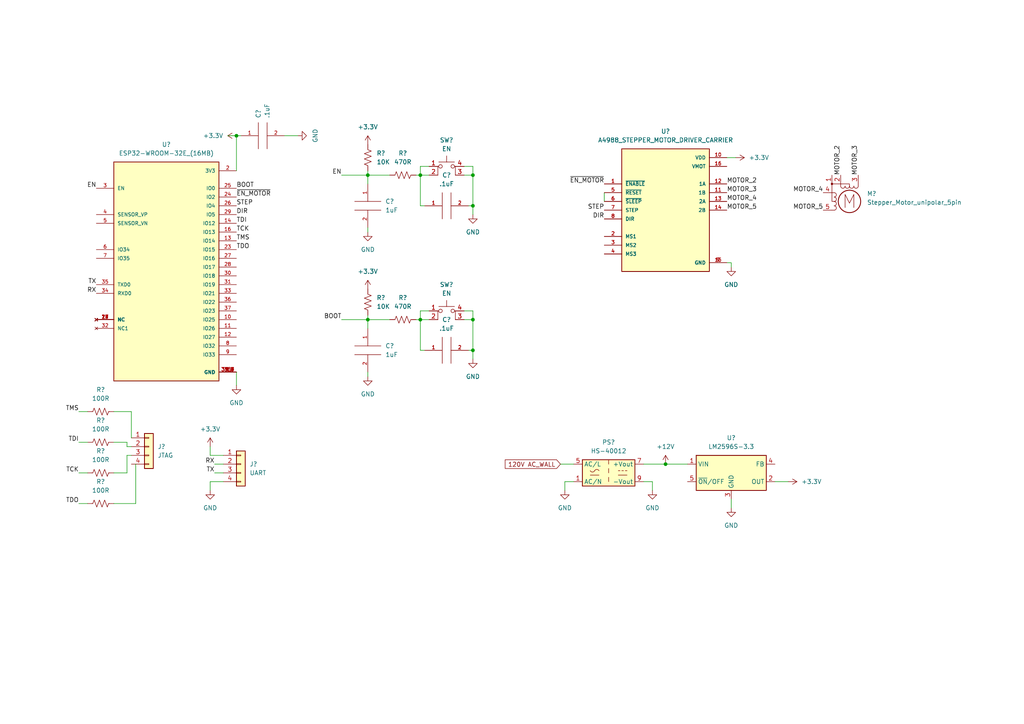
<source format=kicad_sch>
(kicad_sch (version 20211123) (generator eeschema)

  (uuid bafae0da-7770-433a-ad54-90a1372fb0f7)

  (paper "A4")

  (lib_symbols
    (symbol "A4988_STEPPER_MOTOR_DRIVER_CARRIER:A4988_STEPPER_MOTOR_DRIVER_CARRIER" (pin_names (offset 1.016)) (in_bom yes) (on_board yes)
      (property "Reference" "U" (id 0) (at -12.7 19.05 0)
        (effects (font (size 1.27 1.27)) (justify left bottom))
      )
      (property "Value" "A4988_STEPPER_MOTOR_DRIVER_CARRIER" (id 1) (at -12.7 -21.59 0)
        (effects (font (size 1.27 1.27)) (justify left bottom))
      )
      (property "Footprint" "MODULE_A4988_STEPPER_MOTOR_DRIVER_CARRIER" (id 2) (at 0 0 0)
        (effects (font (size 1.27 1.27)) (justify left bottom) hide)
      )
      (property "Datasheet" "" (id 3) (at 0 0 0)
        (effects (font (size 1.27 1.27)) (justify left bottom) hide)
      )
      (property "PACKAGE" "None" (id 4) (at 0 0 0)
        (effects (font (size 1.27 1.27)) (justify left bottom) hide)
      )
      (property "MF" "Pololu" (id 5) (at 0 0 0)
        (effects (font (size 1.27 1.27)) (justify left bottom) hide)
      )
      (property "PRICE" "None" (id 6) (at 0 0 0)
        (effects (font (size 1.27 1.27)) (justify left bottom) hide)
      )
      (property "AVAILABILITY" "Unavailable" (id 7) (at 0 0 0)
        (effects (font (size 1.27 1.27)) (justify left bottom) hide)
      )
      (property "MP" "A4988 STEPPER MOTOR DRIVER CARRIER" (id 8) (at 0 0 0)
        (effects (font (size 1.27 1.27)) (justify left bottom) hide)
      )
      (property "DESCRIPTION" "Stepper motor controler; IC: A4988; 1A; Uin mot: 8÷35V" (id 9) (at 0 0 0)
        (effects (font (size 1.27 1.27)) (justify left bottom) hide)
      )
      (property "ki_locked" "" (id 10) (at 0 0 0)
        (effects (font (size 1.27 1.27)))
      )
      (symbol "A4988_STEPPER_MOTOR_DRIVER_CARRIER_0_0"
        (rectangle (start -12.7 -17.78) (end 12.7 17.78)
          (stroke (width 0.254) (type default) (color 0 0 0 0))
          (fill (type background))
        )
        (pin input line (at -17.78 7.62 0) (length 5.08)
          (name "~{ENABLE}" (effects (font (size 1.016 1.016))))
          (number "1" (effects (font (size 1.016 1.016))))
        )
        (pin power_in line (at 17.78 15.24 180) (length 5.08)
          (name "VDD" (effects (font (size 1.016 1.016))))
          (number "10" (effects (font (size 1.016 1.016))))
        )
        (pin output line (at 17.78 5.08 180) (length 5.08)
          (name "1B" (effects (font (size 1.016 1.016))))
          (number "11" (effects (font (size 1.016 1.016))))
        )
        (pin output line (at 17.78 7.62 180) (length 5.08)
          (name "1A" (effects (font (size 1.016 1.016))))
          (number "12" (effects (font (size 1.016 1.016))))
        )
        (pin output line (at 17.78 2.54 180) (length 5.08)
          (name "2A" (effects (font (size 1.016 1.016))))
          (number "13" (effects (font (size 1.016 1.016))))
        )
        (pin output line (at 17.78 0 180) (length 5.08)
          (name "2B" (effects (font (size 1.016 1.016))))
          (number "14" (effects (font (size 1.016 1.016))))
        )
        (pin power_in line (at 17.78 -15.24 180) (length 5.08)
          (name "GND" (effects (font (size 1.016 1.016))))
          (number "15" (effects (font (size 1.016 1.016))))
        )
        (pin power_in line (at 17.78 12.7 180) (length 5.08)
          (name "VMOT" (effects (font (size 1.016 1.016))))
          (number "16" (effects (font (size 1.016 1.016))))
        )
        (pin input line (at -17.78 -7.62 0) (length 5.08)
          (name "MS1" (effects (font (size 1.016 1.016))))
          (number "2" (effects (font (size 1.016 1.016))))
        )
        (pin input line (at -17.78 -10.16 0) (length 5.08)
          (name "MS2" (effects (font (size 1.016 1.016))))
          (number "3" (effects (font (size 1.016 1.016))))
        )
        (pin input line (at -17.78 -12.7 0) (length 5.08)
          (name "MS3" (effects (font (size 1.016 1.016))))
          (number "4" (effects (font (size 1.016 1.016))))
        )
        (pin input line (at -17.78 5.08 0) (length 5.08)
          (name "~{RESET}" (effects (font (size 1.016 1.016))))
          (number "5" (effects (font (size 1.016 1.016))))
        )
        (pin input line (at -17.78 2.54 0) (length 5.08)
          (name "~{SLEEP}" (effects (font (size 1.016 1.016))))
          (number "6" (effects (font (size 1.016 1.016))))
        )
        (pin input line (at -17.78 0 0) (length 5.08)
          (name "STEP" (effects (font (size 1.016 1.016))))
          (number "7" (effects (font (size 1.016 1.016))))
        )
        (pin input line (at -17.78 -2.54 0) (length 5.08)
          (name "DIR" (effects (font (size 1.016 1.016))))
          (number "8" (effects (font (size 1.016 1.016))))
        )
        (pin power_in line (at 17.78 -15.24 180) (length 5.08)
          (name "GND" (effects (font (size 1.016 1.016))))
          (number "9" (effects (font (size 1.016 1.016))))
        )
      )
    )
    (symbol "Connector_Generic:Conn_01x04" (pin_names (offset 1.016) hide) (in_bom yes) (on_board yes)
      (property "Reference" "J" (id 0) (at 0 5.08 0)
        (effects (font (size 1.27 1.27)))
      )
      (property "Value" "Conn_01x04" (id 1) (at 0 -7.62 0)
        (effects (font (size 1.27 1.27)))
      )
      (property "Footprint" "" (id 2) (at 0 0 0)
        (effects (font (size 1.27 1.27)) hide)
      )
      (property "Datasheet" "~" (id 3) (at 0 0 0)
        (effects (font (size 1.27 1.27)) hide)
      )
      (property "ki_keywords" "connector" (id 4) (at 0 0 0)
        (effects (font (size 1.27 1.27)) hide)
      )
      (property "ki_description" "Generic connector, single row, 01x04, script generated (kicad-library-utils/schlib/autogen/connector/)" (id 5) (at 0 0 0)
        (effects (font (size 1.27 1.27)) hide)
      )
      (property "ki_fp_filters" "Connector*:*_1x??_*" (id 6) (at 0 0 0)
        (effects (font (size 1.27 1.27)) hide)
      )
      (symbol "Conn_01x04_1_1"
        (rectangle (start -1.27 -4.953) (end 0 -5.207)
          (stroke (width 0.1524) (type default) (color 0 0 0 0))
          (fill (type none))
        )
        (rectangle (start -1.27 -2.413) (end 0 -2.667)
          (stroke (width 0.1524) (type default) (color 0 0 0 0))
          (fill (type none))
        )
        (rectangle (start -1.27 0.127) (end 0 -0.127)
          (stroke (width 0.1524) (type default) (color 0 0 0 0))
          (fill (type none))
        )
        (rectangle (start -1.27 2.667) (end 0 2.413)
          (stroke (width 0.1524) (type default) (color 0 0 0 0))
          (fill (type none))
        )
        (rectangle (start -1.27 3.81) (end 1.27 -6.35)
          (stroke (width 0.254) (type default) (color 0 0 0 0))
          (fill (type background))
        )
        (pin passive line (at -5.08 2.54 0) (length 3.81)
          (name "Pin_1" (effects (font (size 1.27 1.27))))
          (number "1" (effects (font (size 1.27 1.27))))
        )
        (pin passive line (at -5.08 0 0) (length 3.81)
          (name "Pin_2" (effects (font (size 1.27 1.27))))
          (number "2" (effects (font (size 1.27 1.27))))
        )
        (pin passive line (at -5.08 -2.54 0) (length 3.81)
          (name "Pin_3" (effects (font (size 1.27 1.27))))
          (number "3" (effects (font (size 1.27 1.27))))
        )
        (pin passive line (at -5.08 -5.08 0) (length 3.81)
          (name "Pin_4" (effects (font (size 1.27 1.27))))
          (number "4" (effects (font (size 1.27 1.27))))
        )
      )
    )
    (symbol "Converter_ACDC:HS-40012" (in_bom yes) (on_board yes)
      (property "Reference" "PS" (id 0) (at 0 5.08 0)
        (effects (font (size 1.27 1.27)))
      )
      (property "Value" "HS-40012" (id 1) (at 0 -5.08 0)
        (effects (font (size 1.27 1.27)))
      )
      (property "Footprint" "Converter_ACDC:Converter_ACDC_Hahn_HS-400xx_THT" (id 2) (at 0 -7.62 0)
        (effects (font (size 1.27 1.27)) hide)
      )
      (property "Datasheet" "http://www.tme.eu/de/Document/221b247820f4fbb72e0cbc1ee10acb85/HS40012.pdf" (id 3) (at 0 -10.16 0)
        (effects (font (size 1.27 1.27)) hide)
      )
      (property "ki_keywords" "12V 3W AC-DC module power supply" (id 4) (at 0 0 0)
        (effects (font (size 1.27 1.27)) hide)
      )
      (property "ki_description" "12V, 3W, AC-DC module power supply, Hahn" (id 5) (at 0 0 0)
        (effects (font (size 1.27 1.27)) hide)
      )
      (property "ki_fp_filters" "Converter*ACDC*Hahn*HS*400xx*" (id 6) (at 0 0 0)
        (effects (font (size 1.27 1.27)) hide)
      )
      (symbol "HS-40012_0_1"
        (rectangle (start -7.62 3.81) (end 7.62 -3.81)
          (stroke (width 0.254) (type default) (color 0 0 0 0))
          (fill (type background))
        )
        (arc (start -5.334 0.635) (mid -4.699 0.2495) (end -4.064 0.635)
          (stroke (width 0) (type default) (color 0 0 0 0))
          (fill (type none))
        )
        (arc (start -2.794 0.635) (mid -3.429 1.0072) (end -4.064 0.635)
          (stroke (width 0) (type default) (color 0 0 0 0))
          (fill (type none))
        )
        (polyline
          (pts
            (xy -5.334 -0.635)
            (xy -2.794 -0.635)
          )
          (stroke (width 0) (type default) (color 0 0 0 0))
          (fill (type none))
        )
        (polyline
          (pts
            (xy 2.794 -0.635)
            (xy 5.334 -0.635)
          )
          (stroke (width 0) (type default) (color 0 0 0 0))
          (fill (type none))
        )
        (polyline
          (pts
            (xy 2.794 0.635)
            (xy 3.302 0.635)
          )
          (stroke (width 0) (type default) (color 0 0 0 0))
          (fill (type none))
        )
        (polyline
          (pts
            (xy 3.81 0.635)
            (xy 4.318 0.635)
          )
          (stroke (width 0) (type default) (color 0 0 0 0))
          (fill (type none))
        )
        (polyline
          (pts
            (xy 4.826 0.635)
            (xy 5.334 0.635)
          )
          (stroke (width 0) (type default) (color 0 0 0 0))
          (fill (type none))
        )
      )
      (symbol "HS-40012_1_1"
        (polyline
          (pts
            (xy 0 -1.27)
            (xy 0 -2.54)
          )
          (stroke (width 0) (type default) (color 0 0 0 0))
          (fill (type none))
        )
        (polyline
          (pts
            (xy 0 1.27)
            (xy 0 0)
          )
          (stroke (width 0) (type default) (color 0 0 0 0))
          (fill (type none))
        )
        (polyline
          (pts
            (xy 0 3.81)
            (xy 0 2.54)
          )
          (stroke (width 0) (type default) (color 0 0 0 0))
          (fill (type none))
        )
        (pin power_in line (at -10.16 -2.54 0) (length 2.54)
          (name "AC/N" (effects (font (size 1.27 1.27))))
          (number "1" (effects (font (size 1.27 1.27))))
        )
        (pin power_in line (at -10.16 2.54 0) (length 2.54)
          (name "AC/L" (effects (font (size 1.27 1.27))))
          (number "5" (effects (font (size 1.27 1.27))))
        )
        (pin power_out line (at 10.16 2.54 180) (length 2.54)
          (name "+Vout" (effects (font (size 1.27 1.27))))
          (number "7" (effects (font (size 1.27 1.27))))
        )
        (pin power_out line (at 10.16 -2.54 180) (length 2.54)
          (name "-Vout" (effects (font (size 1.27 1.27))))
          (number "9" (effects (font (size 1.27 1.27))))
        )
      )
    )
    (symbol "Device:R_US" (pin_numbers hide) (pin_names (offset 0)) (in_bom yes) (on_board yes)
      (property "Reference" "R" (id 0) (at 2.54 0 90)
        (effects (font (size 1.27 1.27)))
      )
      (property "Value" "R_US" (id 1) (at -2.54 0 90)
        (effects (font (size 1.27 1.27)))
      )
      (property "Footprint" "" (id 2) (at 1.016 -0.254 90)
        (effects (font (size 1.27 1.27)) hide)
      )
      (property "Datasheet" "~" (id 3) (at 0 0 0)
        (effects (font (size 1.27 1.27)) hide)
      )
      (property "ki_keywords" "R res resistor" (id 4) (at 0 0 0)
        (effects (font (size 1.27 1.27)) hide)
      )
      (property "ki_description" "Resistor, US symbol" (id 5) (at 0 0 0)
        (effects (font (size 1.27 1.27)) hide)
      )
      (property "ki_fp_filters" "R_*" (id 6) (at 0 0 0)
        (effects (font (size 1.27 1.27)) hide)
      )
      (symbol "R_US_0_1"
        (polyline
          (pts
            (xy 0 -2.286)
            (xy 0 -2.54)
          )
          (stroke (width 0) (type default) (color 0 0 0 0))
          (fill (type none))
        )
        (polyline
          (pts
            (xy 0 2.286)
            (xy 0 2.54)
          )
          (stroke (width 0) (type default) (color 0 0 0 0))
          (fill (type none))
        )
        (polyline
          (pts
            (xy 0 -0.762)
            (xy 1.016 -1.143)
            (xy 0 -1.524)
            (xy -1.016 -1.905)
            (xy 0 -2.286)
          )
          (stroke (width 0) (type default) (color 0 0 0 0))
          (fill (type none))
        )
        (polyline
          (pts
            (xy 0 0.762)
            (xy 1.016 0.381)
            (xy 0 0)
            (xy -1.016 -0.381)
            (xy 0 -0.762)
          )
          (stroke (width 0) (type default) (color 0 0 0 0))
          (fill (type none))
        )
        (polyline
          (pts
            (xy 0 2.286)
            (xy 1.016 1.905)
            (xy 0 1.524)
            (xy -1.016 1.143)
            (xy 0 0.762)
          )
          (stroke (width 0) (type default) (color 0 0 0 0))
          (fill (type none))
        )
      )
      (symbol "R_US_1_1"
        (pin passive line (at 0 3.81 270) (length 1.27)
          (name "~" (effects (font (size 1.27 1.27))))
          (number "1" (effects (font (size 1.27 1.27))))
        )
        (pin passive line (at 0 -3.81 90) (length 1.27)
          (name "~" (effects (font (size 1.27 1.27))))
          (number "2" (effects (font (size 1.27 1.27))))
        )
      )
    )
    (symbol "ESP32-WROOM-32E__16MB_:ESP32-WROOM-32E_(16MB)" (pin_names (offset 1.016)) (in_bom yes) (on_board yes)
      (property "Reference" "U" (id 0) (at -15.24 33.909 0)
        (effects (font (size 1.27 1.27)) (justify left bottom))
      )
      (property "Value" "ESP32-WROOM-32E_(16MB)" (id 1) (at -15.24 -33.02 0)
        (effects (font (size 1.27 1.27)) (justify left bottom))
      )
      (property "Footprint" "XCVR_ESP32-WROOM-32E_(16MB)" (id 2) (at 0 0 0)
        (effects (font (size 1.27 1.27)) (justify left bottom) hide)
      )
      (property "Datasheet" "" (id 3) (at 0 0 0)
        (effects (font (size 1.27 1.27)) (justify left bottom) hide)
      )
      (property "MAXIMUM_PACKAGE_HEIGHT" "3.25mm" (id 4) (at 0 0 0)
        (effects (font (size 1.27 1.27)) (justify left bottom) hide)
      )
      (property "PARTREV" "1.4" (id 5) (at 0 0 0)
        (effects (font (size 1.27 1.27)) (justify left bottom) hide)
      )
      (property "MANUFACTURER" "Espressif Systems" (id 6) (at 0 0 0)
        (effects (font (size 1.27 1.27)) (justify left bottom) hide)
      )
      (property "STANDARD" "Manufacturer Recommendations" (id 7) (at 0 0 0)
        (effects (font (size 1.27 1.27)) (justify left bottom) hide)
      )
      (property "ki_locked" "" (id 8) (at 0 0 0)
        (effects (font (size 1.27 1.27)))
      )
      (symbol "ESP32-WROOM-32E_(16MB)_0_0"
        (rectangle (start -15.24 -30.48) (end 15.24 33.02)
          (stroke (width 0.254) (type default) (color 0 0 0 0))
          (fill (type background))
        )
        (pin power_in line (at 20.32 -27.94 180) (length 5.08)
          (name "GND" (effects (font (size 1.016 1.016))))
          (number "1" (effects (font (size 1.016 1.016))))
        )
        (pin bidirectional line (at 20.32 -12.7 180) (length 5.08)
          (name "IO25" (effects (font (size 1.016 1.016))))
          (number "10" (effects (font (size 1.016 1.016))))
        )
        (pin bidirectional line (at 20.32 -15.24 180) (length 5.08)
          (name "IO26" (effects (font (size 1.016 1.016))))
          (number "11" (effects (font (size 1.016 1.016))))
        )
        (pin bidirectional line (at 20.32 -17.78 180) (length 5.08)
          (name "IO27" (effects (font (size 1.016 1.016))))
          (number "12" (effects (font (size 1.016 1.016))))
        )
        (pin bidirectional line (at 20.32 10.16 180) (length 5.08)
          (name "IO14" (effects (font (size 1.016 1.016))))
          (number "13" (effects (font (size 1.016 1.016))))
        )
        (pin bidirectional line (at 20.32 15.24 180) (length 5.08)
          (name "IO12" (effects (font (size 1.016 1.016))))
          (number "14" (effects (font (size 1.016 1.016))))
        )
        (pin power_in line (at 20.32 -27.94 180) (length 5.08)
          (name "GND" (effects (font (size 1.016 1.016))))
          (number "15" (effects (font (size 1.016 1.016))))
        )
        (pin bidirectional line (at 20.32 12.7 180) (length 5.08)
          (name "IO13" (effects (font (size 1.016 1.016))))
          (number "16" (effects (font (size 1.016 1.016))))
        )
        (pin no_connect line (at -20.32 -12.7 0) (length 5.08)
          (name "NC" (effects (font (size 1.016 1.016))))
          (number "17" (effects (font (size 1.016 1.016))))
        )
        (pin no_connect line (at -20.32 -12.7 0) (length 5.08)
          (name "NC" (effects (font (size 1.016 1.016))))
          (number "18" (effects (font (size 1.016 1.016))))
        )
        (pin no_connect line (at -20.32 -12.7 0) (length 5.08)
          (name "NC" (effects (font (size 1.016 1.016))))
          (number "19" (effects (font (size 1.016 1.016))))
        )
        (pin power_in line (at 20.32 30.48 180) (length 5.08)
          (name "3V3" (effects (font (size 1.016 1.016))))
          (number "2" (effects (font (size 1.016 1.016))))
        )
        (pin no_connect line (at -20.32 -12.7 0) (length 5.08)
          (name "NC" (effects (font (size 1.016 1.016))))
          (number "20" (effects (font (size 1.016 1.016))))
        )
        (pin no_connect line (at -20.32 -12.7 0) (length 5.08)
          (name "NC" (effects (font (size 1.016 1.016))))
          (number "21" (effects (font (size 1.016 1.016))))
        )
        (pin no_connect line (at -20.32 -12.7 0) (length 5.08)
          (name "NC" (effects (font (size 1.016 1.016))))
          (number "22" (effects (font (size 1.016 1.016))))
        )
        (pin bidirectional line (at 20.32 7.62 180) (length 5.08)
          (name "IO15" (effects (font (size 1.016 1.016))))
          (number "23" (effects (font (size 1.016 1.016))))
        )
        (pin bidirectional line (at 20.32 22.86 180) (length 5.08)
          (name "IO2" (effects (font (size 1.016 1.016))))
          (number "24" (effects (font (size 1.016 1.016))))
        )
        (pin bidirectional line (at 20.32 25.4 180) (length 5.08)
          (name "IO0" (effects (font (size 1.016 1.016))))
          (number "25" (effects (font (size 1.016 1.016))))
        )
        (pin bidirectional line (at 20.32 20.32 180) (length 5.08)
          (name "IO4" (effects (font (size 1.016 1.016))))
          (number "26" (effects (font (size 1.016 1.016))))
        )
        (pin bidirectional line (at 20.32 5.08 180) (length 5.08)
          (name "IO16" (effects (font (size 1.016 1.016))))
          (number "27" (effects (font (size 1.016 1.016))))
        )
        (pin bidirectional line (at 20.32 2.54 180) (length 5.08)
          (name "IO17" (effects (font (size 1.016 1.016))))
          (number "28" (effects (font (size 1.016 1.016))))
        )
        (pin bidirectional line (at 20.32 17.78 180) (length 5.08)
          (name "IO5" (effects (font (size 1.016 1.016))))
          (number "29" (effects (font (size 1.016 1.016))))
        )
        (pin input line (at -20.32 25.4 0) (length 5.08)
          (name "EN" (effects (font (size 1.016 1.016))))
          (number "3" (effects (font (size 1.016 1.016))))
        )
        (pin bidirectional line (at 20.32 0 180) (length 5.08)
          (name "IO18" (effects (font (size 1.016 1.016))))
          (number "30" (effects (font (size 1.016 1.016))))
        )
        (pin bidirectional line (at 20.32 -2.54 180) (length 5.08)
          (name "IO19" (effects (font (size 1.016 1.016))))
          (number "31" (effects (font (size 1.016 1.016))))
        )
        (pin no_connect line (at -20.32 -15.24 0) (length 5.08)
          (name "NC1" (effects (font (size 1.016 1.016))))
          (number "32" (effects (font (size 1.016 1.016))))
        )
        (pin bidirectional line (at 20.32 -5.08 180) (length 5.08)
          (name "IO21" (effects (font (size 1.016 1.016))))
          (number "33" (effects (font (size 1.016 1.016))))
        )
        (pin bidirectional line (at -20.32 -5.08 0) (length 5.08)
          (name "RXD0" (effects (font (size 1.016 1.016))))
          (number "34" (effects (font (size 1.016 1.016))))
        )
        (pin bidirectional line (at -20.32 -2.54 0) (length 5.08)
          (name "TXD0" (effects (font (size 1.016 1.016))))
          (number "35" (effects (font (size 1.016 1.016))))
        )
        (pin bidirectional line (at 20.32 -7.62 180) (length 5.08)
          (name "IO22" (effects (font (size 1.016 1.016))))
          (number "36" (effects (font (size 1.016 1.016))))
        )
        (pin bidirectional line (at 20.32 -10.16 180) (length 5.08)
          (name "IO23" (effects (font (size 1.016 1.016))))
          (number "37" (effects (font (size 1.016 1.016))))
        )
        (pin power_in line (at 20.32 -27.94 180) (length 5.08)
          (name "GND" (effects (font (size 1.016 1.016))))
          (number "38" (effects (font (size 1.016 1.016))))
        )
        (pin power_in line (at 20.32 -27.94 180) (length 5.08)
          (name "GND" (effects (font (size 1.016 1.016))))
          (number "39_1" (effects (font (size 1.016 1.016))))
        )
        (pin power_in line (at 20.32 -27.94 180) (length 5.08)
          (name "GND" (effects (font (size 1.016 1.016))))
          (number "39_2" (effects (font (size 1.016 1.016))))
        )
        (pin power_in line (at 20.32 -27.94 180) (length 5.08)
          (name "GND" (effects (font (size 1.016 1.016))))
          (number "39_3" (effects (font (size 1.016 1.016))))
        )
        (pin power_in line (at 20.32 -27.94 180) (length 5.08)
          (name "GND" (effects (font (size 1.016 1.016))))
          (number "39_4" (effects (font (size 1.016 1.016))))
        )
        (pin power_in line (at 20.32 -27.94 180) (length 5.08)
          (name "GND" (effects (font (size 1.016 1.016))))
          (number "39_5" (effects (font (size 1.016 1.016))))
        )
        (pin power_in line (at 20.32 -27.94 180) (length 5.08)
          (name "GND" (effects (font (size 1.016 1.016))))
          (number "39_6" (effects (font (size 1.016 1.016))))
        )
        (pin power_in line (at 20.32 -27.94 180) (length 5.08)
          (name "GND" (effects (font (size 1.016 1.016))))
          (number "39_7" (effects (font (size 1.016 1.016))))
        )
        (pin power_in line (at 20.32 -27.94 180) (length 5.08)
          (name "GND" (effects (font (size 1.016 1.016))))
          (number "39_8" (effects (font (size 1.016 1.016))))
        )
        (pin power_in line (at 20.32 -27.94 180) (length 5.08)
          (name "GND" (effects (font (size 1.016 1.016))))
          (number "39_9" (effects (font (size 1.016 1.016))))
        )
        (pin input line (at -20.32 17.78 0) (length 5.08)
          (name "SENSOR_VP" (effects (font (size 1.016 1.016))))
          (number "4" (effects (font (size 1.016 1.016))))
        )
        (pin input line (at -20.32 15.24 0) (length 5.08)
          (name "SENSOR_VN" (effects (font (size 1.016 1.016))))
          (number "5" (effects (font (size 1.016 1.016))))
        )
        (pin input line (at -20.32 7.62 0) (length 5.08)
          (name "IO34" (effects (font (size 1.016 1.016))))
          (number "6" (effects (font (size 1.016 1.016))))
        )
        (pin input line (at -20.32 5.08 0) (length 5.08)
          (name "IO35" (effects (font (size 1.016 1.016))))
          (number "7" (effects (font (size 1.016 1.016))))
        )
        (pin bidirectional line (at 20.32 -20.32 180) (length 5.08)
          (name "IO32" (effects (font (size 1.016 1.016))))
          (number "8" (effects (font (size 1.016 1.016))))
        )
        (pin bidirectional line (at 20.32 -22.86 180) (length 5.08)
          (name "IO33" (effects (font (size 1.016 1.016))))
          (number "9" (effects (font (size 1.016 1.016))))
        )
      )
    )
    (symbol "Motor:Stepper_Motor_unipolar_5pin" (pin_names (offset 0) hide) (in_bom yes) (on_board yes)
      (property "Reference" "M" (id 0) (at 3.81 2.54 0)
        (effects (font (size 1.27 1.27)) (justify left))
      )
      (property "Value" "Stepper_Motor_unipolar_5pin" (id 1) (at 3.81 1.27 0)
        (effects (font (size 1.27 1.27)) (justify left top))
      )
      (property "Footprint" "" (id 2) (at 0.254 -0.254 0)
        (effects (font (size 1.27 1.27)) hide)
      )
      (property "Datasheet" "http://www.infineon.com/dgdl/Application-Note-TLE8110EE_driving_UniPolarStepperMotor_V1.1.pdf?fileId=db3a30431be39b97011be5d0aa0a00b0" (id 3) (at 0.254 -0.254 0)
        (effects (font (size 1.27 1.27)) hide)
      )
      (property "ki_keywords" "unipolar stepper motor" (id 4) (at 0 0 0)
        (effects (font (size 1.27 1.27)) hide)
      )
      (property "ki_description" "5-wire unipolar stepper motor" (id 5) (at 0 0 0)
        (effects (font (size 1.27 1.27)) hide)
      )
      (property "ki_fp_filters" "PinHeader*P2.54mm* TerminalBlock*" (id 6) (at 0 0 0)
        (effects (font (size 1.27 1.27)) hide)
      )
      (symbol "Stepper_Motor_unipolar_5pin_0_0"
        (polyline
          (pts
            (xy -1.27 -1.778)
            (xy -1.27 2.032)
            (xy 0 -0.508)
            (xy 1.27 2.032)
            (xy 1.27 -1.778)
          )
          (stroke (width 0) (type default) (color 0 0 0 0))
          (fill (type none))
        )
      )
      (symbol "Stepper_Motor_unipolar_5pin_0_1"
        (circle (center -5.08 5.08) (radius 0.0001)
          (stroke (width 0) (type default) (color 0 0 0 0))
          (fill (type outline))
        )
        (circle (center -5.08 5.08) (radius 0.254)
          (stroke (width 0) (type default) (color 0 0 0 0))
          (fill (type outline))
        )
        (arc (start -4.445 -2.54) (mid -3.81 -1.905) (end -4.445 -1.27)
          (stroke (width 0) (type default) (color 0 0 0 0))
          (fill (type none))
        )
        (arc (start -4.445 -1.27) (mid -3.81 -0.635) (end -4.445 0)
          (stroke (width 0) (type default) (color 0 0 0 0))
          (fill (type none))
        )
        (arc (start -4.445 0) (mid -3.81 0.635) (end -4.445 1.27)
          (stroke (width 0) (type default) (color 0 0 0 0))
          (fill (type none))
        )
        (arc (start -4.445 1.27) (mid -3.81 1.905) (end -4.445 2.54)
          (stroke (width 0) (type default) (color 0 0 0 0))
          (fill (type none))
        )
        (arc (start -2.54 4.445) (mid -1.905 3.81) (end -1.27 4.445)
          (stroke (width 0) (type default) (color 0 0 0 0))
          (fill (type none))
        )
        (arc (start -1.27 4.445) (mid -0.635 3.81) (end 0 4.445)
          (stroke (width 0) (type default) (color 0 0 0 0))
          (fill (type none))
        )
        (polyline
          (pts
            (xy -5.08 -2.54)
            (xy -4.445 -2.54)
          )
          (stroke (width 0) (type default) (color 0 0 0 0))
          (fill (type none))
        )
        (polyline
          (pts
            (xy -5.08 2.54)
            (xy -4.445 2.54)
          )
          (stroke (width 0) (type default) (color 0 0 0 0))
          (fill (type none))
        )
        (polyline
          (pts
            (xy -2.54 4.445)
            (xy -2.54 5.08)
          )
          (stroke (width 0) (type default) (color 0 0 0 0))
          (fill (type none))
        )
        (polyline
          (pts
            (xy 2.54 4.445)
            (xy 2.54 5.08)
          )
          (stroke (width 0) (type default) (color 0 0 0 0))
          (fill (type none))
        )
        (polyline
          (pts
            (xy -5.08 5.08)
            (xy -5.08 0)
            (xy -4.445 0)
          )
          (stroke (width 0) (type default) (color 0 0 0 0))
          (fill (type none))
        )
        (polyline
          (pts
            (xy 0 4.445)
            (xy 0 5.08)
            (xy -5.08 5.08)
          )
          (stroke (width 0) (type default) (color 0 0 0 0))
          (fill (type none))
        )
        (circle (center 0 0) (radius 3.2512)
          (stroke (width 0.254) (type default) (color 0 0 0 0))
          (fill (type none))
        )
        (arc (start 0 4.445) (mid 0.635 3.81) (end 1.27 4.445)
          (stroke (width 0) (type default) (color 0 0 0 0))
          (fill (type none))
        )
        (arc (start 1.27 4.445) (mid 1.905 3.81) (end 2.54 4.445)
          (stroke (width 0) (type default) (color 0 0 0 0))
          (fill (type none))
        )
      )
      (symbol "Stepper_Motor_unipolar_5pin_1_1"
        (pin passive line (at -5.08 7.62 270) (length 2.54)
          (name "~" (effects (font (size 1.27 1.27))))
          (number "1" (effects (font (size 1.27 1.27))))
        )
        (pin passive line (at -2.54 7.62 270) (length 2.54)
          (name "~" (effects (font (size 1.27 1.27))))
          (number "2" (effects (font (size 1.27 1.27))))
        )
        (pin passive line (at 2.54 7.62 270) (length 2.54)
          (name "-" (effects (font (size 1.27 1.27))))
          (number "3" (effects (font (size 1.27 1.27))))
        )
        (pin passive line (at -7.62 2.54 0) (length 2.54)
          (name "~" (effects (font (size 1.27 1.27))))
          (number "4" (effects (font (size 1.27 1.27))))
        )
        (pin passive line (at -7.62 -2.54 0) (length 2.54)
          (name "~" (effects (font (size 1.27 1.27))))
          (number "5" (effects (font (size 1.27 1.27))))
        )
      )
    )
    (symbol "Regulator_Switching:LM2596S-3.3" (in_bom yes) (on_board yes)
      (property "Reference" "U" (id 0) (at -10.16 6.35 0)
        (effects (font (size 1.27 1.27)) (justify left))
      )
      (property "Value" "LM2596S-3.3" (id 1) (at 0 6.35 0)
        (effects (font (size 1.27 1.27)) (justify left))
      )
      (property "Footprint" "Package_TO_SOT_SMD:TO-263-5_TabPin3" (id 2) (at 1.27 -6.35 0)
        (effects (font (size 1.27 1.27) italic) (justify left) hide)
      )
      (property "Datasheet" "http://www.ti.com/lit/ds/symlink/lm2596.pdf" (id 3) (at 0 0 0)
        (effects (font (size 1.27 1.27)) hide)
      )
      (property "ki_keywords" "Step-Down Voltage Regulator 3.3V 3A" (id 4) (at 0 0 0)
        (effects (font (size 1.27 1.27)) hide)
      )
      (property "ki_description" "3.3V 3A Step-Down Voltage Regulator, TO-263" (id 5) (at 0 0 0)
        (effects (font (size 1.27 1.27)) hide)
      )
      (property "ki_fp_filters" "TO?263*" (id 6) (at 0 0 0)
        (effects (font (size 1.27 1.27)) hide)
      )
      (symbol "LM2596S-3.3_0_1"
        (rectangle (start -10.16 5.08) (end 10.16 -5.08)
          (stroke (width 0.254) (type default) (color 0 0 0 0))
          (fill (type background))
        )
      )
      (symbol "LM2596S-3.3_1_1"
        (pin power_in line (at -12.7 2.54 0) (length 2.54)
          (name "VIN" (effects (font (size 1.27 1.27))))
          (number "1" (effects (font (size 1.27 1.27))))
        )
        (pin output line (at 12.7 -2.54 180) (length 2.54)
          (name "OUT" (effects (font (size 1.27 1.27))))
          (number "2" (effects (font (size 1.27 1.27))))
        )
        (pin power_in line (at 0 -7.62 90) (length 2.54)
          (name "GND" (effects (font (size 1.27 1.27))))
          (number "3" (effects (font (size 1.27 1.27))))
        )
        (pin input line (at 12.7 2.54 180) (length 2.54)
          (name "FB" (effects (font (size 1.27 1.27))))
          (number "4" (effects (font (size 1.27 1.27))))
        )
        (pin input line (at -12.7 -2.54 0) (length 2.54)
          (name "~{ON}/OFF" (effects (font (size 1.27 1.27))))
          (number "5" (effects (font (size 1.27 1.27))))
        )
      )
    )
    (symbol "Switch:SW_MEC_5E" (pin_names (offset 1.016) hide) (in_bom yes) (on_board yes)
      (property "Reference" "SW" (id 0) (at 0.635 5.715 0)
        (effects (font (size 1.27 1.27)) (justify left))
      )
      (property "Value" "SW_MEC_5E" (id 1) (at 0 -3.175 0)
        (effects (font (size 1.27 1.27)))
      )
      (property "Footprint" "" (id 2) (at 0 7.62 0)
        (effects (font (size 1.27 1.27)) hide)
      )
      (property "Datasheet" "http://www.apem.com/int/index.php?controller=attachment&id_attachment=1371" (id 3) (at 0 7.62 0)
        (effects (font (size 1.27 1.27)) hide)
      )
      (property "ki_keywords" "switch normally-open pushbutton push-button" (id 4) (at 0 0 0)
        (effects (font (size 1.27 1.27)) hide)
      )
      (property "ki_description" "MEC 5E single pole normally-open tactile switch" (id 5) (at 0 0 0)
        (effects (font (size 1.27 1.27)) hide)
      )
      (property "ki_fp_filters" "SW*MEC*5G*" (id 6) (at 0 0 0)
        (effects (font (size 1.27 1.27)) hide)
      )
      (symbol "SW_MEC_5E_0_1"
        (circle (center -1.778 2.54) (radius 0.508)
          (stroke (width 0) (type default) (color 0 0 0 0))
          (fill (type none))
        )
        (polyline
          (pts
            (xy -2.286 3.81)
            (xy 2.286 3.81)
          )
          (stroke (width 0) (type default) (color 0 0 0 0))
          (fill (type none))
        )
        (polyline
          (pts
            (xy 0 3.81)
            (xy 0 5.588)
          )
          (stroke (width 0) (type default) (color 0 0 0 0))
          (fill (type none))
        )
        (polyline
          (pts
            (xy -2.54 0)
            (xy -2.54 2.54)
            (xy -2.286 2.54)
          )
          (stroke (width 0) (type default) (color 0 0 0 0))
          (fill (type none))
        )
        (polyline
          (pts
            (xy 2.54 0)
            (xy 2.54 2.54)
            (xy 2.286 2.54)
          )
          (stroke (width 0) (type default) (color 0 0 0 0))
          (fill (type none))
        )
        (circle (center 1.778 2.54) (radius 0.508)
          (stroke (width 0) (type default) (color 0 0 0 0))
          (fill (type none))
        )
        (pin passive line (at -5.08 2.54 0) (length 2.54)
          (name "1" (effects (font (size 1.27 1.27))))
          (number "1" (effects (font (size 1.27 1.27))))
        )
        (pin passive line (at -5.08 0 0) (length 2.54)
          (name "2" (effects (font (size 1.27 1.27))))
          (number "2" (effects (font (size 1.27 1.27))))
        )
        (pin passive line (at 5.08 0 180) (length 2.54)
          (name "K" (effects (font (size 1.27 1.27))))
          (number "3" (effects (font (size 1.27 1.27))))
        )
        (pin passive line (at 5.08 2.54 180) (length 2.54)
          (name "A" (effects (font (size 1.27 1.27))))
          (number "4" (effects (font (size 1.27 1.27))))
        )
      )
    )
    (symbol "power:+12V" (power) (pin_names (offset 0)) (in_bom yes) (on_board yes)
      (property "Reference" "#PWR" (id 0) (at 0 -3.81 0)
        (effects (font (size 1.27 1.27)) hide)
      )
      (property "Value" "+12V" (id 1) (at 0 3.556 0)
        (effects (font (size 1.27 1.27)))
      )
      (property "Footprint" "" (id 2) (at 0 0 0)
        (effects (font (size 1.27 1.27)) hide)
      )
      (property "Datasheet" "" (id 3) (at 0 0 0)
        (effects (font (size 1.27 1.27)) hide)
      )
      (property "ki_keywords" "power-flag" (id 4) (at 0 0 0)
        (effects (font (size 1.27 1.27)) hide)
      )
      (property "ki_description" "Power symbol creates a global label with name \"+12V\"" (id 5) (at 0 0 0)
        (effects (font (size 1.27 1.27)) hide)
      )
      (symbol "+12V_0_1"
        (polyline
          (pts
            (xy -0.762 1.27)
            (xy 0 2.54)
          )
          (stroke (width 0) (type default) (color 0 0 0 0))
          (fill (type none))
        )
        (polyline
          (pts
            (xy 0 0)
            (xy 0 2.54)
          )
          (stroke (width 0) (type default) (color 0 0 0 0))
          (fill (type none))
        )
        (polyline
          (pts
            (xy 0 2.54)
            (xy 0.762 1.27)
          )
          (stroke (width 0) (type default) (color 0 0 0 0))
          (fill (type none))
        )
      )
      (symbol "+12V_1_1"
        (pin power_in line (at 0 0 90) (length 0) hide
          (name "+12V" (effects (font (size 1.27 1.27))))
          (number "1" (effects (font (size 1.27 1.27))))
        )
      )
    )
    (symbol "power:+3.3V" (power) (pin_names (offset 0)) (in_bom yes) (on_board yes)
      (property "Reference" "#PWR" (id 0) (at 0 -3.81 0)
        (effects (font (size 1.27 1.27)) hide)
      )
      (property "Value" "+3.3V" (id 1) (at 0 3.556 0)
        (effects (font (size 1.27 1.27)))
      )
      (property "Footprint" "" (id 2) (at 0 0 0)
        (effects (font (size 1.27 1.27)) hide)
      )
      (property "Datasheet" "" (id 3) (at 0 0 0)
        (effects (font (size 1.27 1.27)) hide)
      )
      (property "ki_keywords" "power-flag" (id 4) (at 0 0 0)
        (effects (font (size 1.27 1.27)) hide)
      )
      (property "ki_description" "Power symbol creates a global label with name \"+3.3V\"" (id 5) (at 0 0 0)
        (effects (font (size 1.27 1.27)) hide)
      )
      (symbol "+3.3V_0_1"
        (polyline
          (pts
            (xy -0.762 1.27)
            (xy 0 2.54)
          )
          (stroke (width 0) (type default) (color 0 0 0 0))
          (fill (type none))
        )
        (polyline
          (pts
            (xy 0 0)
            (xy 0 2.54)
          )
          (stroke (width 0) (type default) (color 0 0 0 0))
          (fill (type none))
        )
        (polyline
          (pts
            (xy 0 2.54)
            (xy 0.762 1.27)
          )
          (stroke (width 0) (type default) (color 0 0 0 0))
          (fill (type none))
        )
      )
      (symbol "+3.3V_1_1"
        (pin power_in line (at 0 0 90) (length 0) hide
          (name "+3.3V" (effects (font (size 1.27 1.27))))
          (number "1" (effects (font (size 1.27 1.27))))
        )
      )
    )
    (symbol "power:GND" (power) (pin_names (offset 0)) (in_bom yes) (on_board yes)
      (property "Reference" "#PWR" (id 0) (at 0 -6.35 0)
        (effects (font (size 1.27 1.27)) hide)
      )
      (property "Value" "GND" (id 1) (at 0 -3.81 0)
        (effects (font (size 1.27 1.27)))
      )
      (property "Footprint" "" (id 2) (at 0 0 0)
        (effects (font (size 1.27 1.27)) hide)
      )
      (property "Datasheet" "" (id 3) (at 0 0 0)
        (effects (font (size 1.27 1.27)) hide)
      )
      (property "ki_keywords" "power-flag" (id 4) (at 0 0 0)
        (effects (font (size 1.27 1.27)) hide)
      )
      (property "ki_description" "Power symbol creates a global label with name \"GND\" , ground" (id 5) (at 0 0 0)
        (effects (font (size 1.27 1.27)) hide)
      )
      (symbol "GND_0_1"
        (polyline
          (pts
            (xy 0 0)
            (xy 0 -1.27)
            (xy 1.27 -1.27)
            (xy 0 -2.54)
            (xy -1.27 -1.27)
            (xy 0 -1.27)
          )
          (stroke (width 0) (type default) (color 0 0 0 0))
          (fill (type none))
        )
      )
      (symbol "GND_1_1"
        (pin power_in line (at 0 0 270) (length 0) hide
          (name "GND" (effects (font (size 1.27 1.27))))
          (number "1" (effects (font (size 1.27 1.27))))
        )
      )
    )
    (symbol "pspice:C" (pin_names (offset 0.254)) (in_bom yes) (on_board yes)
      (property "Reference" "C" (id 0) (at 2.54 3.81 90)
        (effects (font (size 1.27 1.27)))
      )
      (property "Value" "C" (id 1) (at 2.54 -3.81 90)
        (effects (font (size 1.27 1.27)))
      )
      (property "Footprint" "" (id 2) (at 0 0 0)
        (effects (font (size 1.27 1.27)) hide)
      )
      (property "Datasheet" "~" (id 3) (at 0 0 0)
        (effects (font (size 1.27 1.27)) hide)
      )
      (property "ki_keywords" "simulation" (id 4) (at 0 0 0)
        (effects (font (size 1.27 1.27)) hide)
      )
      (property "ki_description" "Capacitor symbol for simulation only" (id 5) (at 0 0 0)
        (effects (font (size 1.27 1.27)) hide)
      )
      (symbol "C_0_1"
        (polyline
          (pts
            (xy -3.81 -1.27)
            (xy 3.81 -1.27)
          )
          (stroke (width 0) (type default) (color 0 0 0 0))
          (fill (type none))
        )
        (polyline
          (pts
            (xy -3.81 1.27)
            (xy 3.81 1.27)
          )
          (stroke (width 0) (type default) (color 0 0 0 0))
          (fill (type none))
        )
      )
      (symbol "C_1_1"
        (pin passive line (at 0 6.35 270) (length 5.08)
          (name "~" (effects (font (size 1.016 1.016))))
          (number "1" (effects (font (size 1.016 1.016))))
        )
        (pin passive line (at 0 -6.35 90) (length 5.08)
          (name "~" (effects (font (size 1.016 1.016))))
          (number "2" (effects (font (size 1.016 1.016))))
        )
      )
    )
  )

  (junction (at 121.92 92.71) (diameter 0) (color 0 0 0 0)
    (uuid 1205340d-b9e6-43a4-ae29-923ab30705be)
  )
  (junction (at 121.92 50.8) (diameter 0) (color 0 0 0 0)
    (uuid 1ef6d47e-65a7-47b2-8e0d-dc11a62ee48d)
  )
  (junction (at 137.16 101.6) (diameter 0) (color 0 0 0 0)
    (uuid 300f6fde-50de-455b-8ff2-c29004ebf813)
  )
  (junction (at 137.16 50.8) (diameter 0) (color 0 0 0 0)
    (uuid 351a7754-21e6-451f-b424-563fd8282b1b)
  )
  (junction (at 193.04 134.62) (diameter 0) (color 0 0 0 0)
    (uuid 45947ea0-1301-48d1-915a-4d5db2757645)
  )
  (junction (at 106.68 50.8) (diameter 0) (color 0 0 0 0)
    (uuid 7bb5b5ff-7320-422f-a436-d5655c584883)
  )
  (junction (at 137.16 59.69) (diameter 0) (color 0 0 0 0)
    (uuid 9a994ac0-f4c3-4a14-b56b-ff3430b73706)
  )
  (junction (at 68.58 39.37) (diameter 0) (color 0 0 0 0)
    (uuid ae44043b-2a49-4236-91a3-2e3a6430614a)
  )
  (junction (at 137.16 92.71) (diameter 0) (color 0 0 0 0)
    (uuid c60bed2a-d112-4205-a70f-2d9aeedbccd9)
  )
  (junction (at 106.68 92.71) (diameter 0) (color 0 0 0 0)
    (uuid f728b095-a7ee-4a66-9d00-cb5c56c5d0eb)
  )

  (wire (pts (xy 113.03 92.71) (xy 106.68 92.71))
    (stroke (width 0) (type default) (color 0 0 0 0))
    (uuid 0958c671-c78c-4642-86b7-a5ec365eb768)
  )
  (wire (pts (xy 39.37 146.05) (xy 33.02 146.05))
    (stroke (width 0) (type default) (color 0 0 0 0))
    (uuid 1393f0b1-53d6-4700-a35c-f6b7517b09e5)
  )
  (wire (pts (xy 121.92 48.26) (xy 121.92 50.8))
    (stroke (width 0) (type default) (color 0 0 0 0))
    (uuid 14dddbdb-619a-4f53-b12d-bf829f75e939)
  )
  (wire (pts (xy 106.68 91.44) (xy 106.68 92.71))
    (stroke (width 0) (type default) (color 0 0 0 0))
    (uuid 15d8bf52-b99a-4b15-888b-844f69130202)
  )
  (wire (pts (xy 189.23 142.24) (xy 189.23 139.7))
    (stroke (width 0) (type default) (color 0 0 0 0))
    (uuid 1996f015-4a95-4238-b1d0-92b0b84f8bfa)
  )
  (wire (pts (xy 82.55 39.37) (xy 86.36 39.37))
    (stroke (width 0) (type default) (color 0 0 0 0))
    (uuid 1a75a212-5c8f-47d4-bae7-bca785df6545)
  )
  (wire (pts (xy 193.04 134.62) (xy 199.39 134.62))
    (stroke (width 0) (type default) (color 0 0 0 0))
    (uuid 1e61367b-153c-49a1-96b7-e027877887e9)
  )
  (wire (pts (xy 68.58 39.37) (xy 69.85 39.37))
    (stroke (width 0) (type default) (color 0 0 0 0))
    (uuid 219ae12e-9a0a-4c89-8aad-b8da380ebf33)
  )
  (wire (pts (xy 62.23 137.16) (xy 64.77 137.16))
    (stroke (width 0) (type default) (color 0 0 0 0))
    (uuid 2337b5f1-65a9-4fe0-a59c-b266a92001b6)
  )
  (wire (pts (xy 186.69 134.62) (xy 193.04 134.62))
    (stroke (width 0) (type default) (color 0 0 0 0))
    (uuid 23a14408-10eb-4f2e-beb1-e65d1e84cc89)
  )
  (wire (pts (xy 163.83 139.7) (xy 163.83 142.24))
    (stroke (width 0) (type default) (color 0 0 0 0))
    (uuid 24142a7d-2f83-4177-ae93-a45b55a80157)
  )
  (wire (pts (xy 186.69 139.7) (xy 189.23 139.7))
    (stroke (width 0) (type default) (color 0 0 0 0))
    (uuid 263a3a58-efa2-417e-9a6e-dc4b6af22919)
  )
  (wire (pts (xy 124.46 48.26) (xy 121.92 48.26))
    (stroke (width 0) (type default) (color 0 0 0 0))
    (uuid 2ac08ed9-d408-478d-853a-9396546fd04c)
  )
  (wire (pts (xy 121.92 50.8) (xy 121.92 59.69))
    (stroke (width 0) (type default) (color 0 0 0 0))
    (uuid 2c5e8b2c-1666-4858-8529-2875799154b1)
  )
  (wire (pts (xy 64.77 139.7) (xy 60.96 139.7))
    (stroke (width 0) (type default) (color 0 0 0 0))
    (uuid 2d7f9c36-ff12-46a9-9ae6-6eb9e14cdb3c)
  )
  (wire (pts (xy 134.62 48.26) (xy 137.16 48.26))
    (stroke (width 0) (type default) (color 0 0 0 0))
    (uuid 2ec0945c-c1c7-43b0-8e3d-f7fc8ae1da17)
  )
  (wire (pts (xy 33.02 137.16) (xy 36.83 137.16))
    (stroke (width 0) (type default) (color 0 0 0 0))
    (uuid 329b4fe9-6d9a-4292-a3f8-699f887df2bb)
  )
  (wire (pts (xy 64.77 132.08) (xy 60.96 132.08))
    (stroke (width 0) (type default) (color 0 0 0 0))
    (uuid 332e3140-8b3a-4f74-8bac-9dbb92b3728f)
  )
  (wire (pts (xy 121.92 101.6) (xy 123.19 101.6))
    (stroke (width 0) (type default) (color 0 0 0 0))
    (uuid 365a7ff8-90eb-4c67-a803-e9b23cfdeac2)
  )
  (wire (pts (xy 137.16 59.69) (xy 137.16 62.23))
    (stroke (width 0) (type default) (color 0 0 0 0))
    (uuid 371c3e38-2535-427e-a705-b4bd07a8b00c)
  )
  (wire (pts (xy 224.79 139.7) (xy 228.6 139.7))
    (stroke (width 0) (type default) (color 0 0 0 0))
    (uuid 377b5ea8-4ad7-49c5-ae65-89fc36a8293a)
  )
  (wire (pts (xy 22.86 128.27) (xy 25.4 128.27))
    (stroke (width 0) (type default) (color 0 0 0 0))
    (uuid 397a0f19-b14f-42c7-bab4-95c5193aadfa)
  )
  (wire (pts (xy 134.62 92.71) (xy 137.16 92.71))
    (stroke (width 0) (type default) (color 0 0 0 0))
    (uuid 3c5e9b0e-22dd-40d2-a252-d45812e3848f)
  )
  (wire (pts (xy 68.58 107.95) (xy 68.58 111.76))
    (stroke (width 0) (type default) (color 0 0 0 0))
    (uuid 3c9bf792-a75c-49b0-acf1-17a0a7a22fc2)
  )
  (wire (pts (xy 134.62 90.17) (xy 137.16 90.17))
    (stroke (width 0) (type default) (color 0 0 0 0))
    (uuid 3f9c1f47-7a3f-4849-86e4-20d9a095125d)
  )
  (wire (pts (xy 68.58 39.37) (xy 68.58 49.53))
    (stroke (width 0) (type default) (color 0 0 0 0))
    (uuid 412563ac-d5e7-4b8c-b7a1-b0dfc7dd7e19)
  )
  (wire (pts (xy 106.68 50.8) (xy 106.68 53.34))
    (stroke (width 0) (type default) (color 0 0 0 0))
    (uuid 45eae75c-e9fb-4873-84a3-40e1df004605)
  )
  (wire (pts (xy 135.89 59.69) (xy 137.16 59.69))
    (stroke (width 0) (type default) (color 0 0 0 0))
    (uuid 4c0ba5dd-c936-4a87-a81e-794bd66daa75)
  )
  (wire (pts (xy 121.92 59.69) (xy 123.19 59.69))
    (stroke (width 0) (type default) (color 0 0 0 0))
    (uuid 52265472-e3bf-42e8-8d6f-262a80f7e32e)
  )
  (wire (pts (xy 137.16 92.71) (xy 137.16 101.6))
    (stroke (width 0) (type default) (color 0 0 0 0))
    (uuid 52cb0e40-00f4-4bf8-9aef-975c33b0748e)
  )
  (wire (pts (xy 121.92 92.71) (xy 121.92 101.6))
    (stroke (width 0) (type default) (color 0 0 0 0))
    (uuid 534bc154-5412-4fab-be76-edbf44d5ecd9)
  )
  (wire (pts (xy 210.82 45.72) (xy 213.36 45.72))
    (stroke (width 0) (type default) (color 0 0 0 0))
    (uuid 57ac4894-2ac7-4671-89d8-c7027de37903)
  )
  (wire (pts (xy 38.1 129.54) (xy 36.83 129.54))
    (stroke (width 0) (type default) (color 0 0 0 0))
    (uuid 5c0e4da0-af58-40a7-9e71-592f8e23978e)
  )
  (wire (pts (xy 22.86 137.16) (xy 25.4 137.16))
    (stroke (width 0) (type default) (color 0 0 0 0))
    (uuid 616f7ee9-222b-4f98-9eb5-405a9b8bdcd8)
  )
  (wire (pts (xy 121.92 90.17) (xy 121.92 92.71))
    (stroke (width 0) (type default) (color 0 0 0 0))
    (uuid 679c136d-bbfa-424e-98ab-9e58a5ededd2)
  )
  (wire (pts (xy 210.82 76.2) (xy 212.09 76.2))
    (stroke (width 0) (type default) (color 0 0 0 0))
    (uuid 6909d0d8-d60a-4a73-94e9-22824e32750a)
  )
  (wire (pts (xy 134.62 50.8) (xy 137.16 50.8))
    (stroke (width 0) (type default) (color 0 0 0 0))
    (uuid 6c27c046-9a01-48e9-95db-13466de4561f)
  )
  (wire (pts (xy 66.04 39.37) (xy 68.58 39.37))
    (stroke (width 0) (type default) (color 0 0 0 0))
    (uuid 6fdf1c19-381f-4488-9f3e-7d507095a699)
  )
  (wire (pts (xy 162.56 134.62) (xy 166.37 134.62))
    (stroke (width 0) (type default) (color 0 0 0 0))
    (uuid 71867429-d49c-4473-ae16-c9ed038b9511)
  )
  (wire (pts (xy 38.1 119.38) (xy 33.02 119.38))
    (stroke (width 0) (type default) (color 0 0 0 0))
    (uuid 7588e9d5-549a-4d1e-8878-f7a65ad2a51d)
  )
  (wire (pts (xy 62.23 134.62) (xy 64.77 134.62))
    (stroke (width 0) (type default) (color 0 0 0 0))
    (uuid 7746516a-16f8-4cea-8498-4e64b1b59cc6)
  )
  (wire (pts (xy 22.86 146.05) (xy 25.4 146.05))
    (stroke (width 0) (type default) (color 0 0 0 0))
    (uuid 7baf29fa-3e81-4f2a-ac56-c9a283cd87d3)
  )
  (wire (pts (xy 212.09 76.2) (xy 212.09 77.47))
    (stroke (width 0) (type default) (color 0 0 0 0))
    (uuid 831b3581-2421-4167-a662-8dbbf956ef29)
  )
  (wire (pts (xy 212.09 144.78) (xy 212.09 147.32))
    (stroke (width 0) (type default) (color 0 0 0 0))
    (uuid 84d16594-d3eb-4258-8ba8-33ac8b4bee23)
  )
  (wire (pts (xy 137.16 90.17) (xy 137.16 92.71))
    (stroke (width 0) (type default) (color 0 0 0 0))
    (uuid 862425d7-11b7-493b-a7d1-ac7c106fa219)
  )
  (wire (pts (xy 135.89 101.6) (xy 137.16 101.6))
    (stroke (width 0) (type default) (color 0 0 0 0))
    (uuid 8ddc48fa-da74-4f54-ae18-2f897585493d)
  )
  (wire (pts (xy 106.68 92.71) (xy 106.68 95.25))
    (stroke (width 0) (type default) (color 0 0 0 0))
    (uuid 8eb073f4-7200-4b4a-a480-88d208ea7fae)
  )
  (wire (pts (xy 22.86 119.38) (xy 25.4 119.38))
    (stroke (width 0) (type default) (color 0 0 0 0))
    (uuid 8ec4744e-675c-44a2-9d60-19734961c6ba)
  )
  (wire (pts (xy 60.96 129.54) (xy 60.96 132.08))
    (stroke (width 0) (type default) (color 0 0 0 0))
    (uuid 8f43a8d8-c4bc-4e02-898d-f987bb6bec79)
  )
  (wire (pts (xy 106.68 66.04) (xy 106.68 67.31))
    (stroke (width 0) (type default) (color 0 0 0 0))
    (uuid 9358ac27-332d-4382-811e-ddb5ec6adffe)
  )
  (wire (pts (xy 60.96 139.7) (xy 60.96 142.24))
    (stroke (width 0) (type default) (color 0 0 0 0))
    (uuid 99390051-9a68-43cc-b7e5-909687019fbc)
  )
  (wire (pts (xy 120.65 92.71) (xy 121.92 92.71))
    (stroke (width 0) (type default) (color 0 0 0 0))
    (uuid a4f4b0a4-5cec-4f54-99d3-8a65f82c5d18)
  )
  (wire (pts (xy 36.83 128.27) (xy 33.02 128.27))
    (stroke (width 0) (type default) (color 0 0 0 0))
    (uuid a5d410d8-8c4b-4ec8-a819-980e1c5be8fb)
  )
  (wire (pts (xy 124.46 90.17) (xy 121.92 90.17))
    (stroke (width 0) (type default) (color 0 0 0 0))
    (uuid a7203e95-b46c-4ef4-9fda-329ccdbbcc83)
  )
  (wire (pts (xy 137.16 101.6) (xy 137.16 104.14))
    (stroke (width 0) (type default) (color 0 0 0 0))
    (uuid b001f60a-c4c9-4559-b310-839802147266)
  )
  (wire (pts (xy 99.06 50.8) (xy 106.68 50.8))
    (stroke (width 0) (type default) (color 0 0 0 0))
    (uuid b83a7f0b-2216-4148-a382-09cee4457249)
  )
  (wire (pts (xy 166.37 139.7) (xy 163.83 139.7))
    (stroke (width 0) (type default) (color 0 0 0 0))
    (uuid bfef6e0d-33b8-466c-84c2-d98fbad89d22)
  )
  (wire (pts (xy 38.1 119.38) (xy 38.1 127))
    (stroke (width 0) (type default) (color 0 0 0 0))
    (uuid c86a43cf-a176-4dfe-9ae2-c67ba3ba05a0)
  )
  (wire (pts (xy 99.06 92.71) (xy 106.68 92.71))
    (stroke (width 0) (type default) (color 0 0 0 0))
    (uuid cbb536e0-cabe-4d5d-b8c7-179bc3622c3a)
  )
  (wire (pts (xy 106.68 49.53) (xy 106.68 50.8))
    (stroke (width 0) (type default) (color 0 0 0 0))
    (uuid cc771ed3-af78-4f0e-88de-a8306d1e58e8)
  )
  (wire (pts (xy 39.37 134.62) (xy 39.37 146.05))
    (stroke (width 0) (type default) (color 0 0 0 0))
    (uuid d013e84f-2115-4f66-9835-701476f82187)
  )
  (wire (pts (xy 36.83 132.08) (xy 36.83 137.16))
    (stroke (width 0) (type default) (color 0 0 0 0))
    (uuid d1e97a7a-1a6f-4a56-86f2-945e6ca77fa0)
  )
  (wire (pts (xy 137.16 50.8) (xy 137.16 59.69))
    (stroke (width 0) (type default) (color 0 0 0 0))
    (uuid d23fb2b9-4dcf-46c5-a7f1-7ef9059cbebe)
  )
  (wire (pts (xy 121.92 50.8) (xy 124.46 50.8))
    (stroke (width 0) (type default) (color 0 0 0 0))
    (uuid d3fd233b-f8a9-4b54-a686-48aafe439bd3)
  )
  (wire (pts (xy 121.92 92.71) (xy 124.46 92.71))
    (stroke (width 0) (type default) (color 0 0 0 0))
    (uuid d455c578-6864-4039-a485-c342c6f59a21)
  )
  (wire (pts (xy 120.65 50.8) (xy 121.92 50.8))
    (stroke (width 0) (type default) (color 0 0 0 0))
    (uuid d7e0fc62-9432-4243-b4bb-c5fb0c34c16d)
  )
  (wire (pts (xy 36.83 129.54) (xy 36.83 128.27))
    (stroke (width 0) (type default) (color 0 0 0 0))
    (uuid dfffad56-1d4c-4777-871c-2336e29ea8c6)
  )
  (wire (pts (xy 113.03 50.8) (xy 106.68 50.8))
    (stroke (width 0) (type default) (color 0 0 0 0))
    (uuid ee5d260a-cc9b-4905-ad40-86b256c7456a)
  )
  (wire (pts (xy 106.68 107.95) (xy 106.68 109.22))
    (stroke (width 0) (type default) (color 0 0 0 0))
    (uuid f10febfb-b0c1-47ef-b24e-8a773040a649)
  )
  (wire (pts (xy 137.16 48.26) (xy 137.16 50.8))
    (stroke (width 0) (type default) (color 0 0 0 0))
    (uuid f19e395a-49d1-45d6-b21a-d6e5f11d013b)
  )
  (wire (pts (xy 175.26 55.88) (xy 175.26 58.42))
    (stroke (width 0) (type default) (color 0 0 0 0))
    (uuid faf97204-3ae7-4147-83bb-cc0603146e0f)
  )
  (wire (pts (xy 38.1 132.08) (xy 36.83 132.08))
    (stroke (width 0) (type default) (color 0 0 0 0))
    (uuid ffffca01-7f60-423f-8c06-27ca0b2b2fc4)
  )

  (label "RX" (at 62.23 134.62 180)
    (effects (font (size 1.27 1.27)) (justify right bottom))
    (uuid 0048b14d-40eb-4d2d-a5e7-d75dc79be313)
  )
  (label "BOOT" (at 68.58 54.61 0)
    (effects (font (size 1.27 1.27)) (justify left bottom))
    (uuid 06346cb7-089a-458f-99da-204e6499989c)
  )
  (label "STEP" (at 68.58 59.69 0)
    (effects (font (size 1.27 1.27)) (justify left bottom))
    (uuid 10ef6546-9a10-40fb-b03c-89d4b3252ce5)
  )
  (label "TMS" (at 22.86 119.38 180)
    (effects (font (size 1.27 1.27)) (justify right bottom))
    (uuid 14eae3e3-2a7e-4b25-8c67-c1a0d6b19f36)
  )
  (label "TDI" (at 22.86 128.27 180)
    (effects (font (size 1.27 1.27)) (justify right bottom))
    (uuid 1ac4d277-6d0c-47da-a6b0-d2618fbb8e82)
  )
  (label "MOTOR_2" (at 210.82 53.34 0)
    (effects (font (size 1.27 1.27)) (justify left bottom))
    (uuid 1ff902ce-ae55-4652-88bb-a5d8216b8f9c)
  )
  (label "EN" (at 27.94 54.61 180)
    (effects (font (size 1.27 1.27)) (justify right bottom))
    (uuid 37a54e42-3254-4472-94d5-1516bf075ab3)
  )
  (label "~{EN_MOTOR}" (at 68.58 57.15 0)
    (effects (font (size 1.27 1.27)) (justify left bottom))
    (uuid 3bc298e4-e7ee-44e9-83a6-d10b99dc9a82)
  )
  (label "TMS" (at 68.58 69.85 0)
    (effects (font (size 1.27 1.27)) (justify left bottom))
    (uuid 45919acd-eb11-45ea-b4c0-b1b78abfd814)
  )
  (label "MOTOR_3" (at 248.92 50.8 90)
    (effects (font (size 1.27 1.27)) (justify left bottom))
    (uuid 5164f635-0b45-472c-817e-b54d9aafaffb)
  )
  (label "TDI" (at 68.58 64.77 0)
    (effects (font (size 1.27 1.27)) (justify left bottom))
    (uuid 54544c4b-82a0-442b-a0f5-d097440dc5b5)
  )
  (label "MOTOR_3" (at 210.82 55.88 0)
    (effects (font (size 1.27 1.27)) (justify left bottom))
    (uuid 76e0ce58-46d4-4efb-ad85-a70a99f7cd08)
  )
  (label "TCK" (at 68.58 67.31 0)
    (effects (font (size 1.27 1.27)) (justify left bottom))
    (uuid 7a238dea-1bd7-43a3-ba8d-0f33ba3c7273)
  )
  (label "MOTOR_5" (at 238.76 60.96 180)
    (effects (font (size 1.27 1.27)) (justify right bottom))
    (uuid 8bc1f620-e9ca-4fd7-a996-f54c37069fb0)
  )
  (label "MOTOR_4" (at 238.76 55.88 180)
    (effects (font (size 1.27 1.27)) (justify right bottom))
    (uuid 9185c434-918b-4f43-99b4-fff3b4433025)
  )
  (label "BOOT" (at 99.06 92.71 180)
    (effects (font (size 1.27 1.27)) (justify right bottom))
    (uuid a4df095a-fb0b-43eb-928a-df57c2a86d73)
  )
  (label "RX" (at 27.94 85.09 180)
    (effects (font (size 1.27 1.27)) (justify right bottom))
    (uuid a79f3c0b-87f4-4c69-a291-d2f976985b44)
  )
  (label "TDO" (at 22.86 146.05 180)
    (effects (font (size 1.27 1.27)) (justify right bottom))
    (uuid abd36469-ded9-49cb-abe1-1b417927af66)
  )
  (label "DIR" (at 175.26 63.5 180)
    (effects (font (size 1.27 1.27)) (justify right bottom))
    (uuid af4c4d44-3511-4e0b-a00f-16e0af3034d8)
  )
  (label "STEP" (at 175.26 60.96 180)
    (effects (font (size 1.27 1.27)) (justify right bottom))
    (uuid af4f0283-5f6f-4b8b-a813-b1ab06065d07)
  )
  (label "TX" (at 62.23 137.16 180)
    (effects (font (size 1.27 1.27)) (justify right bottom))
    (uuid b6c0f673-ab48-4707-bb51-bb012f026986)
  )
  (label "TCK" (at 22.86 137.16 180)
    (effects (font (size 1.27 1.27)) (justify right bottom))
    (uuid b700ebfc-e7d4-44ba-8905-87ca0a3fbc66)
  )
  (label "MOTOR_5" (at 210.82 60.96 0)
    (effects (font (size 1.27 1.27)) (justify left bottom))
    (uuid b894bf27-5f78-49af-9672-dcc1e55b5470)
  )
  (label "~{EN_MOTOR}" (at 175.26 53.34 180)
    (effects (font (size 1.27 1.27)) (justify right bottom))
    (uuid da16772f-ccfa-4574-bac3-acb44a006ec5)
  )
  (label "EN" (at 99.06 50.8 180)
    (effects (font (size 1.27 1.27)) (justify right bottom))
    (uuid dae50f42-2e6a-4d49-bb4d-80f60f49c47a)
  )
  (label "TX" (at 27.94 82.55 180)
    (effects (font (size 1.27 1.27)) (justify right bottom))
    (uuid db4dbc77-fbdf-45c1-8cbe-30d66b8643a7)
  )
  (label "DIR" (at 68.58 62.23 0)
    (effects (font (size 1.27 1.27)) (justify left bottom))
    (uuid e34ca418-f003-4af7-b9bd-6cb9c8c812c4)
  )
  (label "MOTOR_2" (at 243.84 50.8 90)
    (effects (font (size 1.27 1.27)) (justify left bottom))
    (uuid ecb346be-d2aa-449b-99cd-0a26a80a2a06)
  )
  (label "TDO" (at 68.58 72.39 0)
    (effects (font (size 1.27 1.27)) (justify left bottom))
    (uuid f4244ba9-3c41-4222-a750-8bfc0b61a252)
  )
  (label "MOTOR_4" (at 210.82 58.42 0)
    (effects (font (size 1.27 1.27)) (justify left bottom))
    (uuid fbf89875-aa26-4275-bf23-27b76364eb36)
  )

  (global_label "120V AC_WALL" (shape input) (at 162.56 134.62 180) (fields_autoplaced)
    (effects (font (size 1.27 1.27)) (justify right))
    (uuid 04b76d04-4813-4f0a-a368-de3ea6e980e2)
    (property "Intersheet References" "${INTERSHEET_REFS}" (id 0) (at 146.5398 134.6994 0)
      (effects (font (size 1.27 1.27)) (justify right) hide)
    )
  )

  (symbol (lib_id "power:+3.3V") (at 228.6 139.7 270) (unit 1)
    (in_bom yes) (on_board yes) (fields_autoplaced)
    (uuid 1222c589-0033-4c88-b8b9-88ffb1363fe3)
    (property "Reference" "#PWR?" (id 0) (at 224.79 139.7 0)
      (effects (font (size 1.27 1.27)) hide)
    )
    (property "Value" "+3.3V" (id 1) (at 232.41 139.6999 90)
      (effects (font (size 1.27 1.27)) (justify left))
    )
    (property "Footprint" "" (id 2) (at 228.6 139.7 0)
      (effects (font (size 1.27 1.27)) hide)
    )
    (property "Datasheet" "" (id 3) (at 228.6 139.7 0)
      (effects (font (size 1.27 1.27)) hide)
    )
    (pin "1" (uuid ed1f280d-5219-467d-b7f5-8cce1a9130d6))
  )

  (symbol (lib_id "Connector_Generic:Conn_01x04") (at 43.18 129.54 0) (unit 1)
    (in_bom yes) (on_board yes) (fields_autoplaced)
    (uuid 1aa53e0b-a0a9-4a93-893f-a86b1cb1cd94)
    (property "Reference" "J?" (id 0) (at 45.72 129.5399 0)
      (effects (font (size 1.27 1.27)) (justify left))
    )
    (property "Value" "JTAG" (id 1) (at 45.72 132.0799 0)
      (effects (font (size 1.27 1.27)) (justify left))
    )
    (property "Footprint" "" (id 2) (at 43.18 129.54 0)
      (effects (font (size 1.27 1.27)) hide)
    )
    (property "Datasheet" "~" (id 3) (at 43.18 129.54 0)
      (effects (font (size 1.27 1.27)) hide)
    )
    (pin "1" (uuid e908aa95-ab9f-44c4-9865-e9ba3fc2e93c))
    (pin "2" (uuid 99fc70a2-2583-4a0f-9f47-d80db0da5955))
    (pin "3" (uuid 0e55acac-fed1-4c5d-bf0b-2e2cc6c8ef94))
    (pin "4" (uuid 4ff134a0-6b31-46bd-af68-310f95fbcbb7))
  )

  (symbol (lib_id "power:+3.3V") (at 106.68 41.91 0) (unit 1)
    (in_bom yes) (on_board yes) (fields_autoplaced)
    (uuid 25e52af7-75ba-4de8-880f-0451bc4ef02c)
    (property "Reference" "#PWR?" (id 0) (at 106.68 45.72 0)
      (effects (font (size 1.27 1.27)) hide)
    )
    (property "Value" "+3.3V" (id 1) (at 106.68 36.83 0))
    (property "Footprint" "" (id 2) (at 106.68 41.91 0)
      (effects (font (size 1.27 1.27)) hide)
    )
    (property "Datasheet" "" (id 3) (at 106.68 41.91 0)
      (effects (font (size 1.27 1.27)) hide)
    )
    (pin "1" (uuid b8933e13-d251-4af3-a925-d60651c42bde))
  )

  (symbol (lib_id "Device:R_US") (at 116.84 92.71 90) (unit 1)
    (in_bom yes) (on_board yes) (fields_autoplaced)
    (uuid 3c12beb7-8d56-4014-9abb-5e5fb980e544)
    (property "Reference" "R?" (id 0) (at 116.84 86.36 90))
    (property "Value" "470R" (id 1) (at 116.84 88.9 90))
    (property "Footprint" "" (id 2) (at 117.094 91.694 90)
      (effects (font (size 1.27 1.27)) hide)
    )
    (property "Datasheet" "~" (id 3) (at 116.84 92.71 0)
      (effects (font (size 1.27 1.27)) hide)
    )
    (pin "1" (uuid c9d1f229-db71-4a45-ab37-ec62d15d62f2))
    (pin "2" (uuid 94b88838-85dd-47c0-9e59-b90d827a2462))
  )

  (symbol (lib_id "Device:R_US") (at 106.68 87.63 0) (unit 1)
    (in_bom yes) (on_board yes) (fields_autoplaced)
    (uuid 4d9549ea-d0e1-4dc6-a9cc-74729c9d18ff)
    (property "Reference" "R?" (id 0) (at 109.22 86.3599 0)
      (effects (font (size 1.27 1.27)) (justify left))
    )
    (property "Value" "10K" (id 1) (at 109.22 88.8999 0)
      (effects (font (size 1.27 1.27)) (justify left))
    )
    (property "Footprint" "" (id 2) (at 107.696 87.884 90)
      (effects (font (size 1.27 1.27)) hide)
    )
    (property "Datasheet" "~" (id 3) (at 106.68 87.63 0)
      (effects (font (size 1.27 1.27)) hide)
    )
    (pin "1" (uuid fdc2d116-b04a-402c-a475-3536474ae7eb))
    (pin "2" (uuid c533c532-8ebd-4794-9a5d-4c016db4980f))
  )

  (symbol (lib_id "Device:R_US") (at 29.21 146.05 90) (unit 1)
    (in_bom yes) (on_board yes)
    (uuid 4ef4fa27-e643-4c4a-bf4f-e7e15e4a2920)
    (property "Reference" "R?" (id 0) (at 29.21 139.7 90))
    (property "Value" "100R" (id 1) (at 29.21 142.24 90))
    (property "Footprint" "" (id 2) (at 29.464 145.034 90)
      (effects (font (size 1.27 1.27)) hide)
    )
    (property "Datasheet" "~" (id 3) (at 29.21 146.05 0)
      (effects (font (size 1.27 1.27)) hide)
    )
    (pin "1" (uuid c074d78f-b679-4f69-a266-899dfbec2ab1))
    (pin "2" (uuid 53164fe5-75e7-41e1-a2f2-15b8c70c49b9))
  )

  (symbol (lib_id "power:+12V") (at 193.04 134.62 0) (unit 1)
    (in_bom yes) (on_board yes) (fields_autoplaced)
    (uuid 50d4f854-84ce-4c3f-b220-a92a27c7cbf3)
    (property "Reference" "#PWR?" (id 0) (at 193.04 138.43 0)
      (effects (font (size 1.27 1.27)) hide)
    )
    (property "Value" "+12V" (id 1) (at 193.04 129.54 0))
    (property "Footprint" "" (id 2) (at 193.04 134.62 0)
      (effects (font (size 1.27 1.27)) hide)
    )
    (property "Datasheet" "" (id 3) (at 193.04 134.62 0)
      (effects (font (size 1.27 1.27)) hide)
    )
    (pin "1" (uuid 0b89bf1a-1109-4f9a-ae9d-e263cb746c82))
  )

  (symbol (lib_id "pspice:C") (at 129.54 59.69 90) (unit 1)
    (in_bom yes) (on_board yes) (fields_autoplaced)
    (uuid 57fe75db-e0b6-4fcb-a031-84676367ca0a)
    (property "Reference" "C?" (id 0) (at 129.54 50.8 90))
    (property "Value" ".1uF" (id 1) (at 129.54 53.34 90))
    (property "Footprint" "" (id 2) (at 129.54 59.69 0)
      (effects (font (size 1.27 1.27)) hide)
    )
    (property "Datasheet" "~" (id 3) (at 129.54 59.69 0)
      (effects (font (size 1.27 1.27)) hide)
    )
    (pin "1" (uuid a4963163-98bc-4c3a-92fb-e8fb9237b954))
    (pin "2" (uuid 90857bfe-608d-4be3-b247-ea1022def16e))
  )

  (symbol (lib_id "Regulator_Switching:LM2596S-3.3") (at 212.09 137.16 0) (unit 1)
    (in_bom yes) (on_board yes) (fields_autoplaced)
    (uuid 584c08ce-2756-45eb-8d9d-e19405deb8a2)
    (property "Reference" "U?" (id 0) (at 212.09 127 0))
    (property "Value" "LM2596S-3.3" (id 1) (at 212.09 129.54 0))
    (property "Footprint" "Package_TO_SOT_SMD:TO-263-5_TabPin3" (id 2) (at 213.36 143.51 0)
      (effects (font (size 1.27 1.27) italic) (justify left) hide)
    )
    (property "Datasheet" "http://www.ti.com/lit/ds/symlink/lm2596.pdf" (id 3) (at 212.09 137.16 0)
      (effects (font (size 1.27 1.27)) hide)
    )
    (pin "1" (uuid c941e827-d6ca-4759-b22f-6b5bc4718639))
    (pin "2" (uuid d45d9d95-2c10-4ef5-a965-68c7321dffeb))
    (pin "3" (uuid 382c6a65-0889-46ce-8849-0d0a640e86cb))
    (pin "4" (uuid 6839d3bd-1121-41d1-aaca-405063c958f8))
    (pin "5" (uuid 550d4335-7112-461f-a62a-e87f610310e8))
  )

  (symbol (lib_id "power:GND") (at 189.23 142.24 0) (unit 1)
    (in_bom yes) (on_board yes) (fields_autoplaced)
    (uuid 599332d9-2b9b-4b8b-8c47-3316a7122c6e)
    (property "Reference" "#PWR?" (id 0) (at 189.23 148.59 0)
      (effects (font (size 1.27 1.27)) hide)
    )
    (property "Value" "GND" (id 1) (at 189.23 147.32 0))
    (property "Footprint" "" (id 2) (at 189.23 142.24 0)
      (effects (font (size 1.27 1.27)) hide)
    )
    (property "Datasheet" "" (id 3) (at 189.23 142.24 0)
      (effects (font (size 1.27 1.27)) hide)
    )
    (pin "1" (uuid c174a872-1338-406c-be4c-7954bb65f8f4))
  )

  (symbol (lib_id "Device:R_US") (at 106.68 45.72 0) (unit 1)
    (in_bom yes) (on_board yes) (fields_autoplaced)
    (uuid 6c8ff3e3-06d4-447f-95b9-9114f0d2e551)
    (property "Reference" "R?" (id 0) (at 109.22 44.4499 0)
      (effects (font (size 1.27 1.27)) (justify left))
    )
    (property "Value" "10K" (id 1) (at 109.22 46.9899 0)
      (effects (font (size 1.27 1.27)) (justify left))
    )
    (property "Footprint" "" (id 2) (at 107.696 45.974 90)
      (effects (font (size 1.27 1.27)) hide)
    )
    (property "Datasheet" "~" (id 3) (at 106.68 45.72 0)
      (effects (font (size 1.27 1.27)) hide)
    )
    (pin "1" (uuid 91e29947-9eb1-4105-ad7b-04ee10109814))
    (pin "2" (uuid 289cbf79-d8a0-4393-b482-a7a36701b23d))
  )

  (symbol (lib_id "Device:R_US") (at 116.84 50.8 90) (unit 1)
    (in_bom yes) (on_board yes) (fields_autoplaced)
    (uuid 7118282b-2edb-4e16-a340-7543a24eca6f)
    (property "Reference" "R?" (id 0) (at 116.84 44.45 90))
    (property "Value" "470R" (id 1) (at 116.84 46.99 90))
    (property "Footprint" "" (id 2) (at 117.094 49.784 90)
      (effects (font (size 1.27 1.27)) hide)
    )
    (property "Datasheet" "~" (id 3) (at 116.84 50.8 0)
      (effects (font (size 1.27 1.27)) hide)
    )
    (pin "1" (uuid 780b12c4-7a24-4e2e-a871-54f646e379be))
    (pin "2" (uuid c6bab83b-7a10-4985-a706-06d9f9a6cb55))
  )

  (symbol (lib_id "power:+3.3V") (at 60.96 129.54 0) (unit 1)
    (in_bom yes) (on_board yes) (fields_autoplaced)
    (uuid 772c3fb9-36dc-4226-9933-4a0b9a4bd6a4)
    (property "Reference" "#PWR?" (id 0) (at 60.96 133.35 0)
      (effects (font (size 1.27 1.27)) hide)
    )
    (property "Value" "+3.3V" (id 1) (at 60.96 124.46 0))
    (property "Footprint" "" (id 2) (at 60.96 129.54 0)
      (effects (font (size 1.27 1.27)) hide)
    )
    (property "Datasheet" "" (id 3) (at 60.96 129.54 0)
      (effects (font (size 1.27 1.27)) hide)
    )
    (pin "1" (uuid 34f08b64-47b3-4649-96a1-2406be45a0a9))
  )

  (symbol (lib_id "Switch:SW_MEC_5E") (at 129.54 92.71 0) (unit 1)
    (in_bom yes) (on_board yes) (fields_autoplaced)
    (uuid 81026e01-f59a-4475-ae08-1d30fd9d9e5a)
    (property "Reference" "SW?" (id 0) (at 129.54 82.55 0))
    (property "Value" "EN" (id 1) (at 129.54 85.09 0))
    (property "Footprint" "" (id 2) (at 129.54 85.09 0)
      (effects (font (size 1.27 1.27)) hide)
    )
    (property "Datasheet" "http://www.apem.com/int/index.php?controller=attachment&id_attachment=1371" (id 3) (at 129.54 85.09 0)
      (effects (font (size 1.27 1.27)) hide)
    )
    (pin "1" (uuid c4990927-5109-4027-aa28-bdac221fcb25))
    (pin "2" (uuid ee805112-84bf-4094-9cf8-3ea59784953e))
    (pin "3" (uuid 1f25c6cd-d2ba-4e43-88fb-9ff8132f4dea))
    (pin "4" (uuid a9bb7971-4ff7-4ea2-8703-bedfdaecbfc4))
  )

  (symbol (lib_id "ESP32-WROOM-32E__16MB_:ESP32-WROOM-32E_(16MB)") (at 48.26 80.01 0) (unit 1)
    (in_bom yes) (on_board yes) (fields_autoplaced)
    (uuid 82e44d69-ba31-4969-a923-98ab08a1b1b8)
    (property "Reference" "U?" (id 0) (at 48.26 41.91 0))
    (property "Value" "ESP32-WROOM-32E_(16MB)" (id 1) (at 48.26 44.45 0))
    (property "Footprint" "XCVR_ESP32-WROOM-32E_(16MB)" (id 2) (at 48.26 80.01 0)
      (effects (font (size 1.27 1.27)) (justify left bottom) hide)
    )
    (property "Datasheet" "" (id 3) (at 48.26 80.01 0)
      (effects (font (size 1.27 1.27)) (justify left bottom) hide)
    )
    (property "MAXIMUM_PACKAGE_HEIGHT" "3.25mm" (id 4) (at 48.26 80.01 0)
      (effects (font (size 1.27 1.27)) (justify left bottom) hide)
    )
    (property "PARTREV" "1.4" (id 5) (at 48.26 80.01 0)
      (effects (font (size 1.27 1.27)) (justify left bottom) hide)
    )
    (property "MANUFACTURER" "Espressif Systems" (id 6) (at 48.26 80.01 0)
      (effects (font (size 1.27 1.27)) (justify left bottom) hide)
    )
    (property "STANDARD" "Manufacturer Recommendations" (id 7) (at 48.26 80.01 0)
      (effects (font (size 1.27 1.27)) (justify left bottom) hide)
    )
    (pin "1" (uuid 50af929b-b4e3-4c21-8a37-9fcd65f19f82))
    (pin "10" (uuid ba5ecf64-4bb7-4804-9f64-0b181e6db351))
    (pin "11" (uuid 0e3454c8-1a15-4624-b3ff-4ebda96c4694))
    (pin "12" (uuid e10342e8-84dd-42d2-b8c8-32cdd9e031bd))
    (pin "13" (uuid 76f064b1-b86e-4293-9ced-7085e36fa33a))
    (pin "14" (uuid c998139d-245b-4b3e-8d86-90e84e74374f))
    (pin "15" (uuid 754abdb9-b8dd-4305-ac74-b4a054f3a160))
    (pin "16" (uuid 8244bd67-bacc-4f2c-b0bb-6832ffc473a8))
    (pin "17" (uuid b8dae75d-21d1-4a1d-bc80-5878ac94bb83))
    (pin "18" (uuid 92d97c6c-918d-4f16-ab94-d7282b35aa05))
    (pin "19" (uuid e705b5a1-b11e-4186-8c3b-8e1f07957429))
    (pin "2" (uuid aea69f56-cc04-41ee-9814-65803545c678))
    (pin "20" (uuid 7ecc8516-b9f9-46dd-a78f-3da22912a041))
    (pin "21" (uuid f7fe0939-2f3a-4eaf-a501-25b5fe4c71d2))
    (pin "22" (uuid 591d4c3c-7e4d-4040-b92a-04361c02947f))
    (pin "23" (uuid e7e1b62f-e067-4b67-a282-bcd0892d8099))
    (pin "24" (uuid a087eaa9-7fd4-4107-9e75-9b812c0b8464))
    (pin "25" (uuid 9d04a8b4-d46a-4281-9d7f-044f7cd85292))
    (pin "26" (uuid c39a02ca-21be-477b-952e-c3ede8570c1f))
    (pin "27" (uuid eb795154-eb24-4810-a183-6901ffb32aec))
    (pin "28" (uuid 6af194a5-d04d-4340-9c8c-b7f0ff535ed3))
    (pin "29" (uuid 68e0339b-fe7b-4508-9196-6bda330b9be2))
    (pin "3" (uuid 91809a98-8fb4-44be-9743-63e04b06a5ff))
    (pin "30" (uuid 5a1b8502-bf7c-4d2c-b586-e37da967e65d))
    (pin "31" (uuid 61a2f899-a91c-4997-813d-d4362b491188))
    (pin "32" (uuid a608f4e0-aff8-4d1f-9e45-5659bba4d0a5))
    (pin "33" (uuid 2af7b93a-5567-4ce8-a7e4-d425d0db960e))
    (pin "34" (uuid ffacba73-9337-441b-a5b7-da1dad0489cc))
    (pin "35" (uuid d716c7a7-874f-4abb-b9a5-69fa3d6c8d47))
    (pin "36" (uuid 6289ebb7-122c-42b3-8a05-ca0035e38688))
    (pin "37" (uuid 34a0b419-b85c-4a01-89e9-90af56758470))
    (pin "38" (uuid 7e81f9f0-468e-494e-bcd2-149582e87db8))
    (pin "39_1" (uuid 25a38652-2ecc-4d66-9868-2d42f06cea11))
    (pin "39_2" (uuid 8a36ca4b-4237-4ef5-81db-5a9122de6931))
    (pin "39_3" (uuid 6d28f611-c106-4196-9cbf-2da3cde46414))
    (pin "39_4" (uuid 58a07bbe-4330-43fa-994a-425feedc7bf9))
    (pin "39_5" (uuid 0020bfc7-4daf-49bb-af1a-4859e4a48d8d))
    (pin "39_6" (uuid e9bc2d48-dd73-4598-9b15-f7d023f85006))
    (pin "39_7" (uuid 95145fd3-c57f-4f34-8487-f017687aa245))
    (pin "39_8" (uuid 038327cd-8b85-4976-86c8-0992436f6d85))
    (pin "39_9" (uuid 7d4b1a8f-33c1-4cf8-b8f4-d13e82816433))
    (pin "4" (uuid 5d88cb0d-fd5f-449c-b1e5-bae5a8085876))
    (pin "5" (uuid 98783c5e-5aa8-4d6f-ad8c-c967eaa7f5f3))
    (pin "6" (uuid f2432f8c-9eb4-4c48-a5af-975357389409))
    (pin "7" (uuid e6715ec8-9236-4e84-91f0-ce0da662bedd))
    (pin "8" (uuid 68ce4308-ff8c-4e52-8ba9-31e01283cdec))
    (pin "9" (uuid 5f3a385e-8c63-4994-9a45-ef187953d951))
  )

  (symbol (lib_id "pspice:C") (at 76.2 39.37 90) (unit 1)
    (in_bom yes) (on_board yes) (fields_autoplaced)
    (uuid 869702bc-a1b3-4b79-b429-8e8807980fbf)
    (property "Reference" "C?" (id 0) (at 74.9299 34.29 0)
      (effects (font (size 1.27 1.27)) (justify left))
    )
    (property "Value" ".1uF" (id 1) (at 77.4699 34.29 0)
      (effects (font (size 1.27 1.27)) (justify left))
    )
    (property "Footprint" "" (id 2) (at 76.2 39.37 0)
      (effects (font (size 1.27 1.27)) hide)
    )
    (property "Datasheet" "~" (id 3) (at 76.2 39.37 0)
      (effects (font (size 1.27 1.27)) hide)
    )
    (pin "1" (uuid aa8b6d04-6363-4c00-8774-d71582834cb4))
    (pin "2" (uuid 5c14dd95-8d83-45ce-b5cb-15425540008d))
  )

  (symbol (lib_id "power:GND") (at 137.16 104.14 0) (unit 1)
    (in_bom yes) (on_board yes) (fields_autoplaced)
    (uuid 90c13f12-34df-4110-9a1f-8d061f3afb4f)
    (property "Reference" "#PWR?" (id 0) (at 137.16 110.49 0)
      (effects (font (size 1.27 1.27)) hide)
    )
    (property "Value" "GND" (id 1) (at 137.16 109.22 0))
    (property "Footprint" "" (id 2) (at 137.16 104.14 0)
      (effects (font (size 1.27 1.27)) hide)
    )
    (property "Datasheet" "" (id 3) (at 137.16 104.14 0)
      (effects (font (size 1.27 1.27)) hide)
    )
    (pin "1" (uuid b8d3e6c7-0d2c-4abe-83d6-57b7fe991b5b))
  )

  (symbol (lib_id "Switch:SW_MEC_5E") (at 129.54 50.8 0) (unit 1)
    (in_bom yes) (on_board yes) (fields_autoplaced)
    (uuid 95103e53-4f0b-49f8-996d-164e6cefa5de)
    (property "Reference" "SW?" (id 0) (at 129.54 40.64 0))
    (property "Value" "EN" (id 1) (at 129.54 43.18 0))
    (property "Footprint" "" (id 2) (at 129.54 43.18 0)
      (effects (font (size 1.27 1.27)) hide)
    )
    (property "Datasheet" "http://www.apem.com/int/index.php?controller=attachment&id_attachment=1371" (id 3) (at 129.54 43.18 0)
      (effects (font (size 1.27 1.27)) hide)
    )
    (pin "1" (uuid 39998ed9-f6ae-48bd-91c7-c5647e069670))
    (pin "2" (uuid 5ae742a3-98b9-447f-8179-6409bd0febe5))
    (pin "3" (uuid 07386944-d4e5-4e9a-8377-6dca793be474))
    (pin "4" (uuid fe8202eb-ba6c-4542-a48e-32c7b814e863))
  )

  (symbol (lib_id "pspice:C") (at 106.68 59.69 0) (unit 1)
    (in_bom yes) (on_board yes) (fields_autoplaced)
    (uuid 95901b79-83b5-4da6-a583-04a98218aa7c)
    (property "Reference" "C?" (id 0) (at 111.76 58.4199 0)
      (effects (font (size 1.27 1.27)) (justify left))
    )
    (property "Value" "1uF" (id 1) (at 111.76 60.9599 0)
      (effects (font (size 1.27 1.27)) (justify left))
    )
    (property "Footprint" "" (id 2) (at 106.68 59.69 0)
      (effects (font (size 1.27 1.27)) hide)
    )
    (property "Datasheet" "~" (id 3) (at 106.68 59.69 0)
      (effects (font (size 1.27 1.27)) hide)
    )
    (pin "1" (uuid 4b977eb9-602e-4a61-a575-26841bf001d8))
    (pin "2" (uuid cb80588c-4329-401b-a2fd-ad605d87c8ab))
  )

  (symbol (lib_id "power:GND") (at 137.16 62.23 0) (unit 1)
    (in_bom yes) (on_board yes) (fields_autoplaced)
    (uuid 98124140-7940-4dd9-996f-da2884490115)
    (property "Reference" "#PWR?" (id 0) (at 137.16 68.58 0)
      (effects (font (size 1.27 1.27)) hide)
    )
    (property "Value" "GND" (id 1) (at 137.16 67.31 0))
    (property "Footprint" "" (id 2) (at 137.16 62.23 0)
      (effects (font (size 1.27 1.27)) hide)
    )
    (property "Datasheet" "" (id 3) (at 137.16 62.23 0)
      (effects (font (size 1.27 1.27)) hide)
    )
    (pin "1" (uuid 9d1eb6ea-5131-4eaf-b2c8-6e7b51a4f5d1))
  )

  (symbol (lib_id "power:GND") (at 163.83 142.24 0) (unit 1)
    (in_bom yes) (on_board yes) (fields_autoplaced)
    (uuid 9b595272-28a2-4411-ba1c-a37eb6e1dc08)
    (property "Reference" "#PWR?" (id 0) (at 163.83 148.59 0)
      (effects (font (size 1.27 1.27)) hide)
    )
    (property "Value" "GND" (id 1) (at 163.83 147.32 0))
    (property "Footprint" "" (id 2) (at 163.83 142.24 0)
      (effects (font (size 1.27 1.27)) hide)
    )
    (property "Datasheet" "" (id 3) (at 163.83 142.24 0)
      (effects (font (size 1.27 1.27)) hide)
    )
    (pin "1" (uuid 69198a14-9eac-43d5-95d6-49e5d8511227))
  )

  (symbol (lib_id "pspice:C") (at 106.68 101.6 0) (unit 1)
    (in_bom yes) (on_board yes) (fields_autoplaced)
    (uuid 9d5eec77-4c35-476a-9b91-f195b3f91706)
    (property "Reference" "C?" (id 0) (at 111.76 100.3299 0)
      (effects (font (size 1.27 1.27)) (justify left))
    )
    (property "Value" "1uF" (id 1) (at 111.76 102.8699 0)
      (effects (font (size 1.27 1.27)) (justify left))
    )
    (property "Footprint" "" (id 2) (at 106.68 101.6 0)
      (effects (font (size 1.27 1.27)) hide)
    )
    (property "Datasheet" "~" (id 3) (at 106.68 101.6 0)
      (effects (font (size 1.27 1.27)) hide)
    )
    (pin "1" (uuid ea559c46-a334-4984-b3f9-312693c46e61))
    (pin "2" (uuid 5c6de8bf-5db2-44f6-b937-aae0b6ab01a4))
  )

  (symbol (lib_id "power:GND") (at 86.36 39.37 90) (unit 1)
    (in_bom yes) (on_board yes) (fields_autoplaced)
    (uuid 9e62a4d3-6061-4d34-bb82-9d3f637ab32a)
    (property "Reference" "#PWR?" (id 0) (at 92.71 39.37 0)
      (effects (font (size 1.27 1.27)) hide)
    )
    (property "Value" "GND" (id 1) (at 91.44 39.37 0))
    (property "Footprint" "" (id 2) (at 86.36 39.37 0)
      (effects (font (size 1.27 1.27)) hide)
    )
    (property "Datasheet" "" (id 3) (at 86.36 39.37 0)
      (effects (font (size 1.27 1.27)) hide)
    )
    (pin "1" (uuid 43d237ff-fec5-4548-98e4-fc9b95054a61))
  )

  (symbol (lib_id "power:GND") (at 212.09 77.47 0) (unit 1)
    (in_bom yes) (on_board yes) (fields_autoplaced)
    (uuid a14db2ac-6629-4b8f-8e3b-14834aae5a25)
    (property "Reference" "#PWR?" (id 0) (at 212.09 83.82 0)
      (effects (font (size 1.27 1.27)) hide)
    )
    (property "Value" "GND" (id 1) (at 212.09 82.55 0))
    (property "Footprint" "" (id 2) (at 212.09 77.47 0)
      (effects (font (size 1.27 1.27)) hide)
    )
    (property "Datasheet" "" (id 3) (at 212.09 77.47 0)
      (effects (font (size 1.27 1.27)) hide)
    )
    (pin "1" (uuid e4a541f4-de8c-478a-91f4-47a788f06070))
  )

  (symbol (lib_id "power:GND") (at 106.68 109.22 0) (unit 1)
    (in_bom yes) (on_board yes) (fields_autoplaced)
    (uuid a7895dee-afd7-4283-9b63-e8213a6d7636)
    (property "Reference" "#PWR?" (id 0) (at 106.68 115.57 0)
      (effects (font (size 1.27 1.27)) hide)
    )
    (property "Value" "GND" (id 1) (at 106.68 114.3 0))
    (property "Footprint" "" (id 2) (at 106.68 109.22 0)
      (effects (font (size 1.27 1.27)) hide)
    )
    (property "Datasheet" "" (id 3) (at 106.68 109.22 0)
      (effects (font (size 1.27 1.27)) hide)
    )
    (pin "1" (uuid 048a3940-682b-4cea-879f-b1badbd10508))
  )

  (symbol (lib_id "power:GND") (at 68.58 111.76 0) (unit 1)
    (in_bom yes) (on_board yes) (fields_autoplaced)
    (uuid b4f2c439-b0f2-44d3-85a8-de3135459ae8)
    (property "Reference" "#PWR?" (id 0) (at 68.58 118.11 0)
      (effects (font (size 1.27 1.27)) hide)
    )
    (property "Value" "GND" (id 1) (at 68.58 116.84 0))
    (property "Footprint" "" (id 2) (at 68.58 111.76 0)
      (effects (font (size 1.27 1.27)) hide)
    )
    (property "Datasheet" "" (id 3) (at 68.58 111.76 0)
      (effects (font (size 1.27 1.27)) hide)
    )
    (pin "1" (uuid e020a889-2eff-4070-9d76-3c38d221c33a))
  )

  (symbol (lib_id "Connector_Generic:Conn_01x04") (at 69.85 134.62 0) (unit 1)
    (in_bom yes) (on_board yes) (fields_autoplaced)
    (uuid bbe41d16-526c-4bf4-94d6-769cde5c7402)
    (property "Reference" "J?" (id 0) (at 72.39 134.6199 0)
      (effects (font (size 1.27 1.27)) (justify left))
    )
    (property "Value" "UART" (id 1) (at 72.39 137.1599 0)
      (effects (font (size 1.27 1.27)) (justify left))
    )
    (property "Footprint" "" (id 2) (at 69.85 134.62 0)
      (effects (font (size 1.27 1.27)) hide)
    )
    (property "Datasheet" "~" (id 3) (at 69.85 134.62 0)
      (effects (font (size 1.27 1.27)) hide)
    )
    (pin "1" (uuid 26636667-3bea-4ae6-9fc8-38f6135c319a))
    (pin "2" (uuid 5f5dc824-3ef7-45ab-b28c-0d4b43f96a3c))
    (pin "3" (uuid a73e72d6-8fc0-4b34-8aeb-9b963c7496d3))
    (pin "4" (uuid 8deaf9ec-8b62-4ce1-ae8f-c571ea4a3eb6))
  )

  (symbol (lib_id "power:GND") (at 106.68 67.31 0) (unit 1)
    (in_bom yes) (on_board yes) (fields_autoplaced)
    (uuid bf4b712e-ed6b-47ee-80aa-103c0c759ddc)
    (property "Reference" "#PWR?" (id 0) (at 106.68 73.66 0)
      (effects (font (size 1.27 1.27)) hide)
    )
    (property "Value" "GND" (id 1) (at 106.68 72.39 0))
    (property "Footprint" "" (id 2) (at 106.68 67.31 0)
      (effects (font (size 1.27 1.27)) hide)
    )
    (property "Datasheet" "" (id 3) (at 106.68 67.31 0)
      (effects (font (size 1.27 1.27)) hide)
    )
    (pin "1" (uuid f9bffa40-45a9-48c8-a718-41a035cb15a5))
  )

  (symbol (lib_id "Device:R_US") (at 29.21 137.16 90) (unit 1)
    (in_bom yes) (on_board yes)
    (uuid c73902a4-26b5-44e0-aec1-c0d1fd616ef9)
    (property "Reference" "R?" (id 0) (at 29.21 130.81 90))
    (property "Value" "100R" (id 1) (at 29.21 133.35 90))
    (property "Footprint" "" (id 2) (at 29.464 136.144 90)
      (effects (font (size 1.27 1.27)) hide)
    )
    (property "Datasheet" "~" (id 3) (at 29.21 137.16 0)
      (effects (font (size 1.27 1.27)) hide)
    )
    (pin "1" (uuid 6fb7362d-4c49-4c6d-bf73-dd8bf31cf252))
    (pin "2" (uuid 2efaee0e-f24d-4dbe-b5df-b46bba096b43))
  )

  (symbol (lib_id "A4988_STEPPER_MOTOR_DRIVER_CARRIER:A4988_STEPPER_MOTOR_DRIVER_CARRIER") (at 193.04 60.96 0) (unit 1)
    (in_bom yes) (on_board yes) (fields_autoplaced)
    (uuid c8616c87-f0bb-422c-8b41-feb0dec3b88f)
    (property "Reference" "U?" (id 0) (at 193.04 38.1 0))
    (property "Value" "A4988_STEPPER_MOTOR_DRIVER_CARRIER" (id 1) (at 193.04 40.64 0))
    (property "Footprint" "MODULE_A4988_STEPPER_MOTOR_DRIVER_CARRIER" (id 2) (at 193.04 60.96 0)
      (effects (font (size 1.27 1.27)) (justify left bottom) hide)
    )
    (property "Datasheet" "" (id 3) (at 193.04 60.96 0)
      (effects (font (size 1.27 1.27)) (justify left bottom) hide)
    )
    (property "PACKAGE" "None" (id 4) (at 193.04 60.96 0)
      (effects (font (size 1.27 1.27)) (justify left bottom) hide)
    )
    (property "MF" "Pololu" (id 5) (at 193.04 60.96 0)
      (effects (font (size 1.27 1.27)) (justify left bottom) hide)
    )
    (property "PRICE" "None" (id 6) (at 193.04 60.96 0)
      (effects (font (size 1.27 1.27)) (justify left bottom) hide)
    )
    (property "AVAILABILITY" "Unavailable" (id 7) (at 193.04 60.96 0)
      (effects (font (size 1.27 1.27)) (justify left bottom) hide)
    )
    (property "MP" "A4988 STEPPER MOTOR DRIVER CARRIER" (id 8) (at 193.04 60.96 0)
      (effects (font (size 1.27 1.27)) (justify left bottom) hide)
    )
    (property "DESCRIPTION" "Stepper motor controler; IC: A4988; 1A; Uin mot: 8÷35V" (id 9) (at 193.04 60.96 0)
      (effects (font (size 1.27 1.27)) (justify left bottom) hide)
    )
    (pin "1" (uuid e22d1ae8-5d6e-481d-8543-92ec03ee6511))
    (pin "10" (uuid c3418a29-5879-40a2-81a7-688a210e8389))
    (pin "11" (uuid 190a7ef5-50df-47ec-8407-9c578242809a))
    (pin "12" (uuid 347f8d2c-d89b-4cca-acb2-29475e105c74))
    (pin "13" (uuid af150b46-26f2-4cfe-ae57-6547846d6f7d))
    (pin "14" (uuid 178f13b4-2afd-4723-b556-1e9b6f64db76))
    (pin "15" (uuid 1333fa81-8c41-4e8f-a006-f11f9369d531))
    (pin "16" (uuid d6cc3f26-aec6-4c7c-82d7-4e7af262aec6))
    (pin "2" (uuid 32c5a0e2-687c-427e-9c59-2f0779c2739a))
    (pin "3" (uuid 7b9aaf5d-60c4-4f38-b2a4-15c3403e9495))
    (pin "4" (uuid 574e63eb-a0b8-4b9e-b2e3-42e3261b988b))
    (pin "5" (uuid 58edd21e-9fb7-4c4a-aa8f-5951b18203f2))
    (pin "6" (uuid b3b60444-a04b-4eaa-9d2c-4d81202ed466))
    (pin "7" (uuid a24d9380-7441-46ec-83f7-b3e09c95c7e0))
    (pin "8" (uuid 2514784d-9733-4f72-a630-fccca6f50f54))
    (pin "9" (uuid 6fd61651-2768-4a10-9866-8b519dd64039))
  )

  (symbol (lib_id "power:GND") (at 212.09 147.32 0) (unit 1)
    (in_bom yes) (on_board yes) (fields_autoplaced)
    (uuid c9ac766f-805f-49c6-bedf-41b6cb212977)
    (property "Reference" "#PWR?" (id 0) (at 212.09 153.67 0)
      (effects (font (size 1.27 1.27)) hide)
    )
    (property "Value" "GND" (id 1) (at 212.09 152.4 0))
    (property "Footprint" "" (id 2) (at 212.09 147.32 0)
      (effects (font (size 1.27 1.27)) hide)
    )
    (property "Datasheet" "" (id 3) (at 212.09 147.32 0)
      (effects (font (size 1.27 1.27)) hide)
    )
    (pin "1" (uuid 2c9188c5-c73a-4e0a-a96c-717de93653dc))
  )

  (symbol (lib_id "power:+3.3V") (at 106.68 83.82 0) (unit 1)
    (in_bom yes) (on_board yes) (fields_autoplaced)
    (uuid cd6d6a43-5f69-4ee2-a35f-53a96ada1404)
    (property "Reference" "#PWR?" (id 0) (at 106.68 87.63 0)
      (effects (font (size 1.27 1.27)) hide)
    )
    (property "Value" "+3.3V" (id 1) (at 106.68 78.74 0))
    (property "Footprint" "" (id 2) (at 106.68 83.82 0)
      (effects (font (size 1.27 1.27)) hide)
    )
    (property "Datasheet" "" (id 3) (at 106.68 83.82 0)
      (effects (font (size 1.27 1.27)) hide)
    )
    (pin "1" (uuid eb01c465-6b68-49ce-9991-29d655efb13d))
  )

  (symbol (lib_id "power:GND") (at 60.96 142.24 0) (unit 1)
    (in_bom yes) (on_board yes) (fields_autoplaced)
    (uuid d462ac43-ed74-4fac-985e-83cd97f2035a)
    (property "Reference" "#PWR?" (id 0) (at 60.96 148.59 0)
      (effects (font (size 1.27 1.27)) hide)
    )
    (property "Value" "GND" (id 1) (at 60.96 147.32 0))
    (property "Footprint" "" (id 2) (at 60.96 142.24 0)
      (effects (font (size 1.27 1.27)) hide)
    )
    (property "Datasheet" "" (id 3) (at 60.96 142.24 0)
      (effects (font (size 1.27 1.27)) hide)
    )
    (pin "1" (uuid e8fb85ef-8101-4e57-9e5f-e96ed4c44a04))
  )

  (symbol (lib_id "Device:R_US") (at 29.21 128.27 90) (unit 1)
    (in_bom yes) (on_board yes)
    (uuid d64e8e9f-f4a0-415a-b734-d08ac2ad7533)
    (property "Reference" "R?" (id 0) (at 29.21 121.92 90))
    (property "Value" "100R" (id 1) (at 29.21 124.46 90))
    (property "Footprint" "" (id 2) (at 29.464 127.254 90)
      (effects (font (size 1.27 1.27)) hide)
    )
    (property "Datasheet" "~" (id 3) (at 29.21 128.27 0)
      (effects (font (size 1.27 1.27)) hide)
    )
    (pin "1" (uuid 57834b74-3cf4-4c09-8940-0f667f472564))
    (pin "2" (uuid b793a4b5-cc6a-42b9-b75c-480be2e6d047))
  )

  (symbol (lib_id "power:+3.3V") (at 68.58 39.37 90) (unit 1)
    (in_bom yes) (on_board yes) (fields_autoplaced)
    (uuid d999559e-1c8e-4e98-b0a6-546043283d82)
    (property "Reference" "#PWR?" (id 0) (at 72.39 39.37 0)
      (effects (font (size 1.27 1.27)) hide)
    )
    (property "Value" "+3.3V" (id 1) (at 64.77 39.3699 90)
      (effects (font (size 1.27 1.27)) (justify left))
    )
    (property "Footprint" "" (id 2) (at 68.58 39.37 0)
      (effects (font (size 1.27 1.27)) hide)
    )
    (property "Datasheet" "" (id 3) (at 68.58 39.37 0)
      (effects (font (size 1.27 1.27)) hide)
    )
    (pin "1" (uuid 633caa16-0885-4193-a17a-ce52e39387d4))
  )

  (symbol (lib_id "Converter_ACDC:HS-40012") (at 176.53 137.16 0) (unit 1)
    (in_bom yes) (on_board yes) (fields_autoplaced)
    (uuid e1cedb24-6e17-4e37-a3bf-235cce12a863)
    (property "Reference" "PS?" (id 0) (at 176.53 128.27 0))
    (property "Value" "HS-40012" (id 1) (at 176.53 130.81 0))
    (property "Footprint" "Converter_ACDC:Converter_ACDC_Hahn_HS-400xx_THT" (id 2) (at 176.53 144.78 0)
      (effects (font (size 1.27 1.27)) hide)
    )
    (property "Datasheet" "http://www.tme.eu/de/Document/221b247820f4fbb72e0cbc1ee10acb85/HS40012.pdf" (id 3) (at 176.53 147.32 0)
      (effects (font (size 1.27 1.27)) hide)
    )
    (pin "1" (uuid 3bd60e07-bbc6-46d3-bf38-f23d5d39213b))
    (pin "5" (uuid 38a76b69-1d88-43ed-a566-38cfb54d99e5))
    (pin "7" (uuid e229d9ae-fa79-4390-baf4-fc4092b9e8cc))
    (pin "9" (uuid a467a492-9809-439b-8ee1-1e2b3e9f4ad2))
  )

  (symbol (lib_id "Motor:Stepper_Motor_unipolar_5pin") (at 246.38 58.42 0) (unit 1)
    (in_bom yes) (on_board yes) (fields_autoplaced)
    (uuid ea0cd18d-8461-4797-bef0-c1273111f07f)
    (property "Reference" "M?" (id 0) (at 251.46 56.172 0)
      (effects (font (size 1.27 1.27)) (justify left))
    )
    (property "Value" "Stepper_Motor_unipolar_5pin" (id 1) (at 251.46 58.712 0)
      (effects (font (size 1.27 1.27)) (justify left))
    )
    (property "Footprint" "" (id 2) (at 246.634 58.674 0)
      (effects (font (size 1.27 1.27)) hide)
    )
    (property "Datasheet" "http://www.infineon.com/dgdl/Application-Note-TLE8110EE_driving_UniPolarStepperMotor_V1.1.pdf?fileId=db3a30431be39b97011be5d0aa0a00b0" (id 3) (at 246.634 58.674 0)
      (effects (font (size 1.27 1.27)) hide)
    )
    (pin "1" (uuid 199b6ea0-fb3c-4f08-84fc-ee419feb39d2))
    (pin "2" (uuid 8a6073b6-6d5b-4b64-9297-977f545a0c80))
    (pin "3" (uuid c5074c07-d806-4be6-af3d-6b75ed404f05))
    (pin "4" (uuid 46b934ea-82f8-4c64-9014-373010c764a3))
    (pin "5" (uuid 6ae7b41f-a914-440c-8452-903c230d703b))
  )

  (symbol (lib_id "pspice:C") (at 129.54 101.6 90) (unit 1)
    (in_bom yes) (on_board yes) (fields_autoplaced)
    (uuid f2daf6bf-e5b0-4d41-a8ca-a348cc29b2ff)
    (property "Reference" "C?" (id 0) (at 129.54 92.71 90))
    (property "Value" ".1uF" (id 1) (at 129.54 95.25 90))
    (property "Footprint" "" (id 2) (at 129.54 101.6 0)
      (effects (font (size 1.27 1.27)) hide)
    )
    (property "Datasheet" "~" (id 3) (at 129.54 101.6 0)
      (effects (font (size 1.27 1.27)) hide)
    )
    (pin "1" (uuid 450abb98-d657-467c-a917-ba2e7eafd2ce))
    (pin "2" (uuid 8a378d49-5177-4d06-aa93-6bbc4ef71cec))
  )

  (symbol (lib_id "Device:R_US") (at 29.21 119.38 90) (unit 1)
    (in_bom yes) (on_board yes)
    (uuid f5d406ee-bdba-4ec3-bd19-d26452a6cd7f)
    (property "Reference" "R?" (id 0) (at 29.21 113.03 90))
    (property "Value" "100R" (id 1) (at 29.21 115.57 90))
    (property "Footprint" "" (id 2) (at 29.464 118.364 90)
      (effects (font (size 1.27 1.27)) hide)
    )
    (property "Datasheet" "~" (id 3) (at 29.21 119.38 0)
      (effects (font (size 1.27 1.27)) hide)
    )
    (pin "1" (uuid a467eefe-bf1e-4f73-9b87-95ed54c2df60))
    (pin "2" (uuid b6ea351d-19de-4b8d-a305-8bca3c9f6076))
  )

  (symbol (lib_id "power:+3.3V") (at 213.36 45.72 270) (unit 1)
    (in_bom yes) (on_board yes) (fields_autoplaced)
    (uuid f9826682-5484-432b-9783-dbb40f48b281)
    (property "Reference" "#PWR?" (id 0) (at 209.55 45.72 0)
      (effects (font (size 1.27 1.27)) hide)
    )
    (property "Value" "+3.3V" (id 1) (at 217.17 45.7199 90)
      (effects (font (size 1.27 1.27)) (justify left))
    )
    (property "Footprint" "" (id 2) (at 213.36 45.72 0)
      (effects (font (size 1.27 1.27)) hide)
    )
    (property "Datasheet" "" (id 3) (at 213.36 45.72 0)
      (effects (font (size 1.27 1.27)) hide)
    )
    (pin "1" (uuid cd044a9c-f78d-4082-ac00-ebf2795d91d3))
  )

  (sheet_instances
    (path "/" (page "1"))
  )

  (symbol_instances
    (path "/1222c589-0033-4c88-b8b9-88ffb1363fe3"
      (reference "#PWR?") (unit 1) (value "+3.3V") (footprint "")
    )
    (path "/25e52af7-75ba-4de8-880f-0451bc4ef02c"
      (reference "#PWR?") (unit 1) (value "+3.3V") (footprint "")
    )
    (path "/50d4f854-84ce-4c3f-b220-a92a27c7cbf3"
      (reference "#PWR?") (unit 1) (value "+12V") (footprint "")
    )
    (path "/599332d9-2b9b-4b8b-8c47-3316a7122c6e"
      (reference "#PWR?") (unit 1) (value "GND") (footprint "")
    )
    (path "/772c3fb9-36dc-4226-9933-4a0b9a4bd6a4"
      (reference "#PWR?") (unit 1) (value "+3.3V") (footprint "")
    )
    (path "/90c13f12-34df-4110-9a1f-8d061f3afb4f"
      (reference "#PWR?") (unit 1) (value "GND") (footprint "")
    )
    (path "/98124140-7940-4dd9-996f-da2884490115"
      (reference "#PWR?") (unit 1) (value "GND") (footprint "")
    )
    (path "/9b595272-28a2-4411-ba1c-a37eb6e1dc08"
      (reference "#PWR?") (unit 1) (value "GND") (footprint "")
    )
    (path "/9e62a4d3-6061-4d34-bb82-9d3f637ab32a"
      (reference "#PWR?") (unit 1) (value "GND") (footprint "")
    )
    (path "/a14db2ac-6629-4b8f-8e3b-14834aae5a25"
      (reference "#PWR?") (unit 1) (value "GND") (footprint "")
    )
    (path "/a7895dee-afd7-4283-9b63-e8213a6d7636"
      (reference "#PWR?") (unit 1) (value "GND") (footprint "")
    )
    (path "/b4f2c439-b0f2-44d3-85a8-de3135459ae8"
      (reference "#PWR?") (unit 1) (value "GND") (footprint "")
    )
    (path "/bf4b712e-ed6b-47ee-80aa-103c0c759ddc"
      (reference "#PWR?") (unit 1) (value "GND") (footprint "")
    )
    (path "/c9ac766f-805f-49c6-bedf-41b6cb212977"
      (reference "#PWR?") (unit 1) (value "GND") (footprint "")
    )
    (path "/cd6d6a43-5f69-4ee2-a35f-53a96ada1404"
      (reference "#PWR?") (unit 1) (value "+3.3V") (footprint "")
    )
    (path "/d462ac43-ed74-4fac-985e-83cd97f2035a"
      (reference "#PWR?") (unit 1) (value "GND") (footprint "")
    )
    (path "/d999559e-1c8e-4e98-b0a6-546043283d82"
      (reference "#PWR?") (unit 1) (value "+3.3V") (footprint "")
    )
    (path "/f9826682-5484-432b-9783-dbb40f48b281"
      (reference "#PWR?") (unit 1) (value "+3.3V") (footprint "")
    )
    (path "/57fe75db-e0b6-4fcb-a031-84676367ca0a"
      (reference "C?") (unit 1) (value ".1uF") (footprint "")
    )
    (path "/869702bc-a1b3-4b79-b429-8e8807980fbf"
      (reference "C?") (unit 1) (value ".1uF") (footprint "")
    )
    (path "/95901b79-83b5-4da6-a583-04a98218aa7c"
      (reference "C?") (unit 1) (value "1uF") (footprint "")
    )
    (path "/9d5eec77-4c35-476a-9b91-f195b3f91706"
      (reference "C?") (unit 1) (value "1uF") (footprint "")
    )
    (path "/f2daf6bf-e5b0-4d41-a8ca-a348cc29b2ff"
      (reference "C?") (unit 1) (value ".1uF") (footprint "")
    )
    (path "/1aa53e0b-a0a9-4a93-893f-a86b1cb1cd94"
      (reference "J?") (unit 1) (value "JTAG") (footprint "")
    )
    (path "/bbe41d16-526c-4bf4-94d6-769cde5c7402"
      (reference "J?") (unit 1) (value "UART") (footprint "")
    )
    (path "/ea0cd18d-8461-4797-bef0-c1273111f07f"
      (reference "M?") (unit 1) (value "Stepper_Motor_unipolar_5pin") (footprint "")
    )
    (path "/e1cedb24-6e17-4e37-a3bf-235cce12a863"
      (reference "PS?") (unit 1) (value "HS-40012") (footprint "Converter_ACDC:Converter_ACDC_Hahn_HS-400xx_THT")
    )
    (path "/3c12beb7-8d56-4014-9abb-5e5fb980e544"
      (reference "R?") (unit 1) (value "470R") (footprint "")
    )
    (path "/4d9549ea-d0e1-4dc6-a9cc-74729c9d18ff"
      (reference "R?") (unit 1) (value "10K") (footprint "")
    )
    (path "/4ef4fa27-e643-4c4a-bf4f-e7e15e4a2920"
      (reference "R?") (unit 1) (value "100R") (footprint "")
    )
    (path "/6c8ff3e3-06d4-447f-95b9-9114f0d2e551"
      (reference "R?") (unit 1) (value "10K") (footprint "")
    )
    (path "/7118282b-2edb-4e16-a340-7543a24eca6f"
      (reference "R?") (unit 1) (value "470R") (footprint "")
    )
    (path "/c73902a4-26b5-44e0-aec1-c0d1fd616ef9"
      (reference "R?") (unit 1) (value "100R") (footprint "")
    )
    (path "/d64e8e9f-f4a0-415a-b734-d08ac2ad7533"
      (reference "R?") (unit 1) (value "100R") (footprint "")
    )
    (path "/f5d406ee-bdba-4ec3-bd19-d26452a6cd7f"
      (reference "R?") (unit 1) (value "100R") (footprint "")
    )
    (path "/81026e01-f59a-4475-ae08-1d30fd9d9e5a"
      (reference "SW?") (unit 1) (value "EN") (footprint "")
    )
    (path "/95103e53-4f0b-49f8-996d-164e6cefa5de"
      (reference "SW?") (unit 1) (value "EN") (footprint "")
    )
    (path "/584c08ce-2756-45eb-8d9d-e19405deb8a2"
      (reference "U?") (unit 1) (value "LM2596S-3.3") (footprint "Package_TO_SOT_SMD:TO-263-5_TabPin3")
    )
    (path "/82e44d69-ba31-4969-a923-98ab08a1b1b8"
      (reference "U?") (unit 1) (value "ESP32-WROOM-32E_(16MB)") (footprint "XCVR_ESP32-WROOM-32E_(16MB)")
    )
    (path "/c8616c87-f0bb-422c-8b41-feb0dec3b88f"
      (reference "U?") (unit 1) (value "A4988_STEPPER_MOTOR_DRIVER_CARRIER") (footprint "MODULE_A4988_STEPPER_MOTOR_DRIVER_CARRIER")
    )
  )
)

</source>
